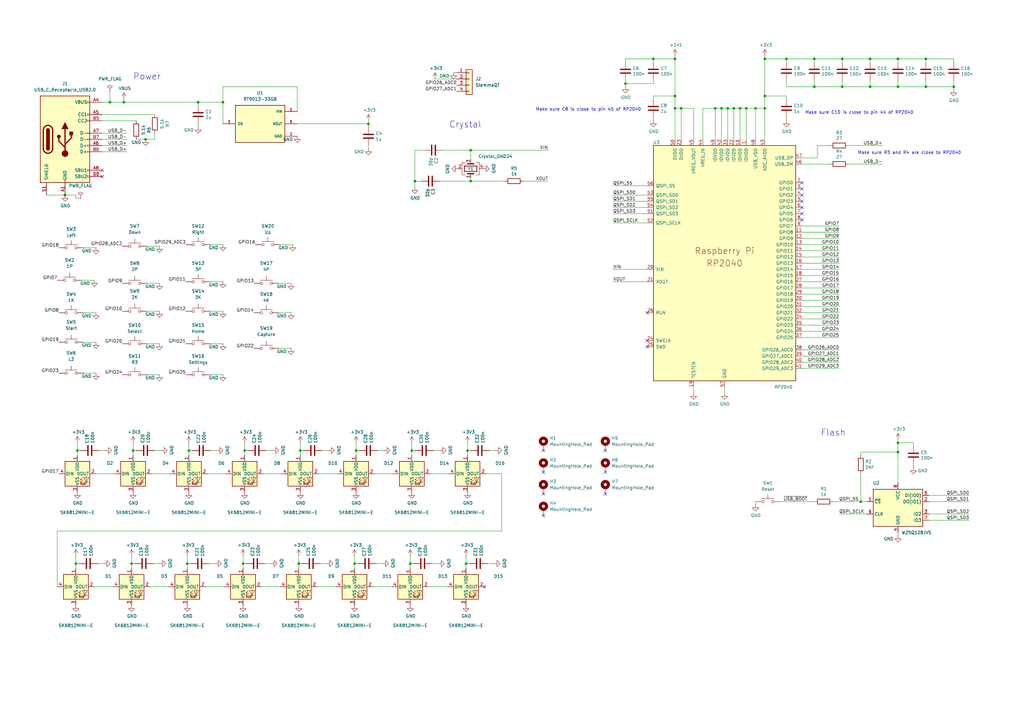
<source format=kicad_sch>
(kicad_sch (version 20211123) (generator eeschema)
  (paper "A3")
  (title_block (title "Crush Counter") (date "2022-01-06") (rev "2.0") (company "Sleep Unit"))
  (junction (at 99.695 231.14))
  (junction (at 303.53 44.45))
  (junction (at 191.135 231.14))
  (junction (at 76.835 231.14))
  (junction (at 300.99 44.45))
  (junction (at 313.69 44.45))
  (junction (at 50.8 41.91))
  (junction (at 298.45 44.45))
  (junction (at 100.33 184.785))
  (junction (at 368.3 24.13))
  (junction (at 193.04 74.295))
  (junction (at 151.13 50.8))
  (junction (at 193.04 61.595))
  (junction (at 191.77 184.785))
  (junction (at 145.415 231.14))
  (junction (at 122.555 231.14))
  (junction (at 146.05 184.785))
  (junction (at 353.06 205.74))
  (junction (at 279.4 44.45))
  (junction (at 123.19 184.785))
  (junction (at 170.18 74.295))
  (junction (at 306.07 44.45))
  (junction (at 356.87 35.56))
  (junction (at 313.69 39.37))
  (junction (at 313.69 24.13))
  (junction (at 77.47 184.785))
  (junction (at 379.73 24.13))
  (junction (at 293.37 44.45))
  (junction (at 334.01 24.13))
  (junction (at 276.86 24.13))
  (junction (at 31.115 231.14))
  (junction (at 368.3 35.56))
  (junction (at 345.44 24.13))
  (junction (at 368.3 181.61))
  (junction (at 276.86 44.45))
  (junction (at 345.44 35.56))
  (junction (at 45.085 41.91))
  (junction (at 322.58 24.13))
  (junction (at 26.67 80.01))
  (junction (at 309.88 44.45))
  (junction (at 53.975 231.14))
  (junction (at 356.87 24.13))
  (junction (at 31.75 184.785))
  (junction (at 91.44 41.91))
  (junction (at 168.91 184.785))
  (junction (at 267.97 24.13))
  (junction (at 59.69 57.15))
  (junction (at 295.91 44.45))
  (junction (at 54.61 184.785))
  (junction (at 379.73 35.56))
  (junction (at 391.16 35.56))
  (junction (at 168.275 231.14))
  (junction (at 334.01 35.56))
  (junction (at 256.54 34.29))
  (junction (at 276.86 39.37))
  (junction (at 368.3 185.42))
  (junction (at 81.28 41.91))
  (no_connect (at 198.755 240.665))
  (no_connect (at 248.285 202.565))
  (no_connect (at 222.885 193.675))
  (no_connect (at 222.885 184.785))
  (no_connect (at 265.43 142.24))
  (no_connect (at 265.43 139.7))
  (no_connect (at 41.91 72.39))
  (no_connect (at 265.43 128.27))
  (no_connect (at 41.91 69.85))
  (no_connect (at 222.885 202.565))
  (no_connect (at 248.285 184.785))
  (no_connect (at 222.885 211.455))
  (no_connect (at 248.285 193.675))
  (no_connect (at 328.93 77.47))
  (no_connect (at 328.93 74.93))
  (no_connect (at 328.93 85.09))
  (no_connect (at 328.93 82.55))
  (no_connect (at 328.93 80.01))
  (no_connect (at 328.93 90.17))
  (no_connect (at 328.93 87.63))
  (wire (pts (xy 145.415 227.965) (xy 145.415 231.14)))
  (wire (pts (xy 328.93 67.31) (xy 340.36 67.31)))
  (wire (pts (xy 168.91 181.61) (xy 168.91 184.785)))
  (wire (pts (xy 356.87 35.56) (xy 345.44 35.56)))
  (wire (pts (xy 374.65 190.5) (xy 374.65 191.77)))
  (wire (pts (xy 368.3 25.4) (xy 368.3 24.13)))
  (wire (pts (xy 26.67 80.01) (xy 31.115 80.01)))
  (wire (pts (xy 193.04 184.785) (xy 191.77 184.785)))
  (wire (pts (xy 39.37 101.6) (xy 34.29 101.6)))
  (wire (pts (xy 251.46 82.55) (xy 265.43 82.55)))
  (wire (pts (xy 54.61 181.61) (xy 54.61 184.785)))
  (wire (pts (xy 191.77 181.61) (xy 191.77 184.785)))
  (wire (pts (xy 122.555 231.14) (xy 122.555 233.045)))
  (wire (pts (xy 322.58 33.02) (xy 322.58 35.56)))
  (wire (pts (xy 374.65 182.88) (xy 374.65 181.61)))
  (wire (pts (xy 61.595 240.665) (xy 69.215 240.665)))
  (wire (pts (xy 119.38 142.875) (xy 114.3 142.875)))
  (wire (pts (xy 391.16 33.02) (xy 391.16 35.56)))
  (wire (pts (xy 76.835 231.14) (xy 76.835 233.045)))
  (wire (pts (xy 335.28 59.69) (xy 335.28 64.77)))
  (wire (pts (xy 328.93 120.65) (xy 344.17 120.65)))
  (wire (pts (xy 39.37 140.335) (xy 34.29 140.335)))
  (wire (pts (xy 353.06 185.42) (xy 368.3 185.42)))
  (wire (pts (xy 121.92 50.8) (xy 151.13 50.8)))
  (wire (pts (xy 306.07 44.45) (xy 306.07 57.15)))
  (wire (pts (xy 298.45 44.45) (xy 300.99 44.45)))
  (wire (pts (xy 368.3 24.13) (xy 379.73 24.13)))
  (wire (pts (xy 31.115 80.01) (xy 31.115 81.28)))
  (wire (pts (xy 62.23 194.31) (xy 69.85 194.31)))
  (wire (pts (xy 191.135 227.965) (xy 191.135 231.14)))
  (wire (pts (xy 124.46 184.785) (xy 123.19 184.785)))
  (wire (pts (xy 356.87 24.13) (xy 368.3 24.13)))
  (wire (pts (xy 322.58 48.26) (xy 322.58 49.53)))
  (wire (pts (xy 353.06 186.69) (xy 353.06 185.42)))
  (wire (pts (xy 122.555 227.965) (xy 122.555 231.14)))
  (wire (pts (xy 77.47 184.785) (xy 77.47 186.69)))
  (wire (pts (xy 345.44 35.56) (xy 334.01 35.56)))
  (wire (pts (xy 154.305 231.14) (xy 156.845 231.14)))
  (wire (pts (xy 295.91 57.15) (xy 295.91 44.45)))
  (wire (pts (xy 256.54 34.29) (xy 256.54 35.56)))
  (wire (pts (xy 279.4 57.15) (xy 279.4 44.45)))
  (wire (pts (xy 63.5 57.15) (xy 63.5 54.61)))
  (wire (pts (xy 100.965 231.14) (xy 99.695 231.14)))
  (wire (pts (xy 178.435 32.385) (xy 187.325 32.385)))
  (wire (pts (xy 38.735 240.665) (xy 46.355 240.665)))
  (wire (pts (xy 313.69 22.86) (xy 313.69 24.13)))
  (wire (pts (xy 265.43 91.44) (xy 251.46 91.44)))
  (wire (pts (xy 347.98 59.69) (xy 361.95 59.69)))
  (wire (pts (xy 313.69 39.37) (xy 322.58 39.37)))
  (wire (pts (xy 368.3 218.44) (xy 368.3 219.71)))
  (wire (pts (xy 147.32 184.785) (xy 146.05 184.785)))
  (wire (pts (xy 77.47 181.61) (xy 77.47 184.785)))
  (wire (pts (xy 168.275 227.965) (xy 168.275 231.14)))
  (wire (pts (xy 41.91 41.91) (xy 45.085 41.91)))
  (wire (pts (xy 181.61 61.595) (xy 193.04 61.595)))
  (wire (pts (xy 306.07 44.45) (xy 309.88 44.45)))
  (wire (pts (xy 153.67 194.31) (xy 161.29 194.31)))
  (wire (pts (xy 39.37 153.035) (xy 34.29 153.035)))
  (wire (pts (xy 328.93 146.05) (xy 344.17 146.05)))
  (wire (pts (xy 309.88 44.45) (xy 313.69 44.45)))
  (wire (pts (xy 368.3 181.61) (xy 368.3 185.42)))
  (wire (pts (xy 45.085 37.465) (xy 45.085 41.91)))
  (wire (pts (xy 256.54 24.13) (xy 267.97 24.13)))
  (wire (pts (xy 170.18 61.595) (xy 170.18 74.295)))
  (wire (pts (xy 31.75 184.785) (xy 31.75 186.69)))
  (wire (pts (xy 54.61 184.785) (xy 54.61 186.69)))
  (wire (pts (xy 168.91 184.785) (xy 168.91 186.69)))
  (wire (pts (xy 328.93 133.35) (xy 344.17 133.35)))
  (wire (pts (xy 176.53 194.31) (xy 184.15 194.31)))
  (wire (pts (xy 297.18 158.75) (xy 297.18 161.29)))
  (wire (pts (xy 59.69 57.15) (xy 63.5 57.15)))
  (wire (pts (xy 356.87 25.4) (xy 356.87 24.13)))
  (wire (pts (xy 31.115 81.28) (xy 33.02 81.28)))
  (wire (pts (xy 341.63 205.74) (xy 353.06 205.74)))
  (wire (pts (xy 91.44 153.67) (xy 86.36 153.67)))
  (wire (pts (xy 300.99 44.45) (xy 303.53 44.45)))
  (wire (pts (xy 170.18 184.785) (xy 168.91 184.785)))
  (wire (pts (xy 180.34 74.295) (xy 193.04 74.295)))
  (wire (pts (xy 101.6 184.785) (xy 100.33 184.785)))
  (wire (pts (xy 381 205.74) (xy 397.51 205.74)))
  (wire (pts (xy 81.28 43.18) (xy 81.28 41.91)))
  (wire (pts (xy 199.39 194.31) (xy 205.74 194.31)))
  (wire (pts (xy 381 203.2) (xy 397.51 203.2)))
  (wire (pts (xy 379.73 35.56) (xy 391.16 35.56)))
  (wire (pts (xy 65.405 100.965) (xy 60.325 100.965)))
  (wire (pts (xy 328.93 125.73) (xy 344.17 125.73)))
  (wire (pts (xy 53.975 227.965) (xy 53.975 231.14)))
  (wire (pts (xy 107.315 240.665) (xy 114.935 240.665)))
  (wire (pts (xy 374.65 181.61) (xy 368.3 181.61)))
  (wire (pts (xy 328.93 148.59) (xy 344.17 148.59)))
  (wire (pts (xy 334.01 33.02) (xy 334.01 35.56)))
  (wire (pts (xy 41.91 54.61) (xy 52.07 54.61)))
  (wire (pts (xy 85.725 231.14) (xy 88.265 231.14)))
  (wire (pts (xy 328.93 123.19) (xy 344.17 123.19)))
  (wire (pts (xy 120.015 100.33) (xy 114.935 100.33)))
  (wire (pts (xy 256.54 25.4) (xy 256.54 24.13)))
  (wire (pts (xy 328.93 130.81) (xy 344.17 130.81)))
  (wire (pts (xy 328.93 110.49) (xy 344.17 110.49)))
  (wire (pts (xy 328.93 102.87) (xy 344.17 102.87)))
  (wire (pts (xy 313.69 39.37) (xy 313.69 44.45)))
  (wire (pts (xy 109.22 184.785) (xy 111.76 184.785)))
  (wire (pts (xy 119.38 128.27) (xy 114.3 128.27)))
  (wire (pts (xy 200.025 231.14) (xy 202.565 231.14)))
  (wire (pts (xy 214.63 74.295) (xy 224.79 74.295)))
  (wire (pts (xy 267.97 25.4) (xy 267.97 24.13)))
  (wire (pts (xy 108.585 231.14) (xy 111.125 231.14)))
  (wire (pts (xy 91.44 100.33) (xy 86.36 100.33)))
  (wire (pts (xy 81.28 50.8) (xy 81.28 52.07)))
  (wire (pts (xy 91.44 127.635) (xy 86.36 127.635)))
  (wire (pts (xy 62.865 231.14) (xy 65.405 231.14)))
  (wire (pts (xy 200.66 184.785) (xy 203.2 184.785)))
  (wire (pts (xy 334.01 35.56) (xy 322.58 35.56)))
  (wire (pts (xy 251.46 85.09) (xy 265.43 85.09)))
  (wire (pts (xy 50.8 41.91) (xy 81.28 41.91)))
  (wire (pts (xy 284.48 158.75) (xy 284.48 161.29)))
  (wire (pts (xy 320.04 205.74) (xy 334.01 205.74)))
  (wire (pts (xy 55.88 49.53) (xy 41.91 49.53)))
  (wire (pts (xy 33.02 184.785) (xy 31.75 184.785)))
  (wire (pts (xy 151.13 59.69) (xy 151.13 60.96)))
  (wire (pts (xy 276.86 39.37) (xy 276.86 44.45)))
  (wire (pts (xy 153.035 240.665) (xy 160.655 240.665)))
  (wire (pts (xy 353.06 205.74) (xy 355.6 205.74)))
  (wire (pts (xy 145.415 231.14) (xy 145.415 233.045)))
  (wire (pts (xy 55.88 57.15) (xy 59.69 57.15)))
  (wire (pts (xy 65.405 116.205) (xy 60.325 116.205)))
  (wire (pts (xy 288.29 44.45) (xy 293.37 44.45)))
  (wire (pts (xy 172.72 74.295) (xy 170.18 74.295)))
  (wire (pts (xy 91.44 50.8) (xy 91.44 41.91)))
  (wire (pts (xy 322.58 24.13) (xy 334.01 24.13)))
  (wire (pts (xy 267.97 24.13) (xy 276.86 24.13)))
  (wire (pts (xy 100.33 181.61) (xy 100.33 184.785)))
  (wire (pts (xy 123.825 231.14) (xy 122.555 231.14)))
  (wire (pts (xy 293.37 44.45) (xy 295.91 44.45)))
  (wire (pts (xy 251.46 80.01) (xy 265.43 80.01)))
  (wire (pts (xy 50.8 40.64) (xy 50.8 41.91)))
  (wire (pts (xy 379.73 33.02) (xy 379.73 35.56)))
  (wire (pts (xy 40.64 184.785) (xy 43.18 184.785)))
  (wire (pts (xy 328.93 128.27) (xy 344.17 128.27)))
  (wire (pts (xy 19.05 80.01) (xy 26.67 80.01)))
  (wire (pts (xy 205.74 217.805) (xy 23.495 217.805)))
  (wire (pts (xy 32.385 231.14) (xy 31.115 231.14)))
  (wire (pts (xy 65.405 153.67) (xy 60.325 153.67)))
  (wire (pts (xy 123.19 184.785) (xy 123.19 186.69)))
  (wire (pts (xy 391.16 35.56) (xy 391.16 36.83)))
  (wire (pts (xy 276.86 44.45) (xy 276.86 57.15)))
  (wire (pts (xy 99.695 227.965) (xy 99.695 231.14)))
  (wire (pts (xy 284.48 57.15) (xy 284.48 44.45)))
  (wire (pts (xy 328.93 97.79) (xy 344.17 97.79)))
  (wire (pts (xy 265.43 76.2) (xy 251.46 76.2)))
  (wire (pts (xy 293.37 57.15) (xy 293.37 44.45)))
  (wire (pts (xy 192.405 231.14) (xy 191.135 231.14)))
  (wire (pts (xy 53.975 231.14) (xy 53.975 233.045)))
  (wire (pts (xy 41.91 62.23) (xy 52.07 62.23)))
  (wire (pts (xy 368.3 35.56) (xy 356.87 35.56)))
  (wire (pts (xy 78.105 231.14) (xy 76.835 231.14)))
  (wire (pts (xy 379.73 24.13) (xy 391.16 24.13)))
  (wire (pts (xy 154.94 184.785) (xy 157.48 184.785)))
  (wire (pts (xy 91.44 41.91) (xy 81.28 41.91)))
  (wire (pts (xy 130.81 194.31) (xy 138.43 194.31)))
  (wire (pts (xy 335.28 59.69) (xy 340.36 59.69)))
  (wire (pts (xy 63.5 184.785) (xy 66.04 184.785)))
  (wire (pts (xy 107.95 194.31) (xy 115.57 194.31)))
  (wire (pts (xy 284.48 44.45) (xy 279.4 44.45)))
  (wire (pts (xy 76.835 227.965) (xy 76.835 231.14)))
  (wire (pts (xy 298.45 57.15) (xy 298.45 44.45)))
  (wire (pts (xy 100.33 184.785) (xy 100.33 186.69)))
  (wire (pts (xy 205.74 194.31) (xy 205.74 217.805)))
  (wire (pts (xy 313.69 44.45) (xy 313.69 57.15)))
  (wire (pts (xy 267.97 40.64) (xy 267.97 39.37)))
  (wire (pts (xy 328.93 118.11) (xy 344.17 118.11)))
  (wire (pts (xy 121.92 35.56) (xy 121.92 45.72)))
  (wire (pts (xy 368.3 180.34) (xy 368.3 181.61)))
  (wire (pts (xy 191.135 231.14) (xy 191.135 233.045)))
  (wire (pts (xy 328.93 92.71) (xy 344.17 92.71)))
  (wire (pts (xy 91.44 41.91) (xy 91.44 35.56)))
  (wire (pts (xy 322.58 25.4) (xy 322.58 24.13)))
  (wire (pts (xy 328.93 113.03) (xy 344.17 113.03)))
  (wire (pts (xy 391.16 25.4) (xy 391.16 24.13)))
  (wire (pts (xy 267.97 34.29) (xy 267.97 33.02)))
  (wire (pts (xy 303.53 44.45) (xy 306.07 44.45)))
  (wire (pts (xy 313.69 24.13) (xy 313.69 39.37)))
  (wire (pts (xy 119.38 116.205) (xy 114.3 116.205)))
  (wire (pts (xy 41.91 57.15) (xy 52.07 57.15)))
  (wire (pts (xy 356.87 33.02) (xy 356.87 35.56)))
  (wire (pts (xy 146.05 184.785) (xy 146.05 186.69)))
  (wire (pts (xy 328.93 138.43) (xy 344.17 138.43)))
  (wire (pts (xy 309.88 57.15) (xy 309.88 44.45)))
  (wire (pts (xy 86.36 184.785) (xy 88.9 184.785)))
  (wire (pts (xy 368.3 185.42) (xy 368.3 198.12)))
  (wire (pts (xy 379.73 35.56) (xy 368.3 35.56)))
  (wire (pts (xy 31.75 181.61) (xy 31.75 184.785)))
  (wire (pts (xy 65.405 127.635) (xy 60.325 127.635)))
  (wire (pts (xy 151.13 50.8) (xy 151.13 49.53)))
  (wire (pts (xy 267.97 39.37) (xy 276.86 39.37)))
  (wire (pts (xy 78.74 184.785) (xy 77.47 184.785)))
  (wire (pts (xy 169.545 231.14) (xy 168.275 231.14)))
  (wire (pts (xy 186.055 29.845) (xy 187.325 29.845)))
  (wire (pts (xy 41.91 59.69) (xy 52.07 59.69)))
  (wire (pts (xy 276.86 22.86) (xy 276.86 24.13)))
  (wire (pts (xy 309.88 207.01) (xy 309.88 205.74)))
  (wire (pts (xy 193.04 73.025) (xy 193.04 74.295)))
  (wire (pts (xy 328.93 95.25) (xy 344.17 95.25)))
  (wire (pts (xy 45.085 41.91) (xy 50.8 41.91)))
  (wire (pts (xy 328.93 100.33) (xy 344.17 100.33)))
  (wire (pts (xy 322.58 40.64) (xy 322.58 39.37)))
  (wire (pts (xy 334.01 24.13) (xy 345.44 24.13)))
  (wire (pts (xy 193.04 61.595) (xy 193.04 65.405)))
  (wire (pts (xy 40.005 231.14) (xy 42.545 231.14)))
  (wire (pts (xy 131.445 231.14) (xy 133.985 231.14)))
  (wire (pts (xy 39.37 194.31) (xy 46.99 194.31)))
  (wire (pts (xy 91.44 35.56) (xy 121.92 35.56)))
  (wire (pts (xy 177.165 231.14) (xy 179.705 231.14)))
  (wire (pts (xy 177.8 184.785) (xy 180.34 184.785)))
  (wire (pts (xy 279.4 44.45) (xy 276.86 44.45)))
  (wire (pts (xy 151.13 52.07) (xy 151.13 50.8)))
  (wire (pts (xy 328.93 143.51) (xy 344.17 143.51)))
  (wire (pts (xy 23.495 217.805) (xy 23.495 240.665)))
  (wire (pts (xy 334.01 25.4) (xy 334.01 24.13)))
  (wire (pts (xy 381 213.36) (xy 397.51 213.36)))
  (wire (pts (xy 328.93 105.41) (xy 344.17 105.41)))
  (wire (pts (xy 295.91 44.45) (xy 298.45 44.45)))
  (wire (pts (xy 41.91 46.99) (xy 63.5 46.99)))
  (wire (pts (xy 345.44 33.02) (xy 345.44 35.56)))
  (wire (pts (xy 130.175 240.665) (xy 137.795 240.665)))
  (wire (pts (xy 39.37 128.27) (xy 34.29 128.27)))
  (wire (pts (xy 368.3 33.02) (xy 368.3 35.56)))
  (wire (pts (xy 91.44 140.97) (xy 86.36 140.97)))
  (wire (pts (xy 276.86 24.13) (xy 276.86 39.37)))
  (wire (pts (xy 313.69 24.13) (xy 322.58 24.13)))
  (wire (pts (xy 55.245 231.14) (xy 53.975 231.14)))
  (wire (pts (xy 265.43 115.57) (xy 251.46 115.57)))
  (wire (pts (xy 123.19 181.61) (xy 123.19 184.785)))
  (wire (pts (xy 256.54 34.29) (xy 267.97 34.29)))
  (wire (pts (xy 344.17 210.82) (xy 355.6 210.82)))
  (wire (pts (xy 99.695 231.14) (xy 99.695 233.045)))
  (wire (pts (xy 347.98 67.31) (xy 361.95 67.31)))
  (wire (pts (xy 328.93 64.77) (xy 335.28 64.77)))
  (wire (pts (xy 379.73 25.4) (xy 379.73 24.13)))
  (wire (pts (xy 55.88 184.785) (xy 54.61 184.785)))
  (wire (pts (xy 303.53 57.15) (xy 303.53 44.45)))
  (wire (pts (xy 38.735 114.935) (xy 33.655 114.935)))
  (wire (pts (xy 146.685 231.14) (xy 145.415 231.14)))
  (wire (pts (xy 345.44 24.13) (xy 356.87 24.13)))
  (wire (pts (xy 168.275 231.14) (xy 168.275 233.045)))
  (wire (pts (xy 31.115 227.965) (xy 31.115 231.14)))
  (wire (pts (xy 328.93 151.13) (xy 344.17 151.13)))
  (wire (pts (xy 191.77 184.785) (xy 191.77 186.69)))
  (wire (pts (xy 267.97 48.26) (xy 267.97 49.53)))
  (wire (pts (xy 353.06 194.31) (xy 353.06 205.74)))
  (wire (pts (xy 251.46 87.63) (xy 265.43 87.63)))
  (wire (pts (xy 193.04 61.595) (xy 224.79 61.595)))
  (wire (pts (xy 84.455 240.665) (xy 92.075 240.665)))
  (wire (pts (xy 91.44 115.57) (xy 86.36 115.57)))
  (wire (pts (xy 256.54 33.02) (xy 256.54 34.29)))
  (wire (pts (xy 288.29 57.15) (xy 288.29 44.45)))
  (wire (pts (xy 31.115 231.14) (xy 31.115 233.045)))
  (wire (pts (xy 328.93 115.57) (xy 344.17 115.57)))
  (wire (pts (xy 132.08 184.785) (xy 134.62 184.785)))
  (wire (pts (xy 328.93 135.89) (xy 344.17 135.89)))
  (wire (pts (xy 251.46 110.49) (xy 265.43 110.49)))
  (wire (pts (xy 65.405 140.97) (xy 60.325 140.97)))
  (wire (pts (xy 193.04 74.295) (xy 207.01 74.295)))
  (wire (pts (xy 381 210.82) (xy 397.51 210.82)))
  (wire (pts (xy 328.93 107.95) (xy 344.17 107.95)))
  (wire (pts (xy 170.18 74.295) (xy 170.18 76.835)))
  (wire (pts (xy 170.18 61.595) (xy 173.99 61.595)))
  (wire (pts (xy 175.895 240.665) (xy 183.515 240.665)))
  (wire (pts (xy 146.05 181.61) (xy 146.05 184.785)))
  (wire (pts (xy 85.09 194.31) (xy 92.71 194.31)))
  (wire (pts (xy 300.99 57.15) (xy 300.99 44.45)))
  (wire (pts (xy 345.44 25.4) (xy 345.44 24.13)))
  (text "Make sure C10 is close to pin 44 of RP2040" (at 330.2 46.99 0) (effects (font (size 1.27 1.27)) (justify left bottom)))
  (text "Power" (at 54.61 33.02 0) (effects (font (size 2.54 2.54)) (justify left bottom)))
  (text "Flash" (at 336.55 179.07 0) (effects (font (size 2.54 2.54)) (justify left bottom)))
  (text "Make sure R3 and R4 are close to RP2040" (at 351.79 63.5 0) (effects (font (size 1.27 1.27)) (justify left bottom)))
  (text "Make sure C8 is close to pin 45 of RP2040" (at 219.71 45.72 0) (effects (font (size 1.27 1.27)) (justify left bottom)))
  (text "Crystal" (at 184.15 52.705 0) (effects (font (size 2.54 2.54)) (justify left bottom)))
  (label "GPIO9" (at 344.17 97.79 180))
  (label "GPIO22" (at 104.14 142.875 180))
  (label "GPIO21" (at 344.17 128.27 180))
  (label "QSPI_SD2" (at 397.51 210.82 180))
  (label "GPIO23" (at 344.17 133.35 180))
  (label "QSPI_SCLK" (at 251.46 91.44 0))
  (label "GPIO13" (at 344.17 107.95 180))
  (label "GPIO28_ADC2" (at 344.17 148.59 180))
  (label "GPIO25" (at 76.2 153.67 180))
  (label "GPIO22" (at 344.17 130.81 180))
  (label "GPIO29_ADC3" (at 344.17 151.13 180))
  (label "GPIO29_ADC3" (at 76.2 100.33 180))
  (label "GPIO15" (at 344.17 113.03 180))
  (label "GPIO7" (at 23.495 114.935 180))
  (label "QSPI_SD1" (at 397.51 205.74 180))
  (label "GPIO14" (at 104.14 128.27 180))
  (label "USB_D+" (at 361.95 59.69 180))
  (label "GPIO7" (at 344.17 92.71 180))
  (label "QSPI_SD1" (at 251.46 82.55 0))
  (label "USB_D-" (at 52.07 57.15 180))
  (label "USB_D+" (at 52.07 62.23 180))
  (label "GPIO17" (at 24.13 194.31 180))
  (label "GPIO20" (at 344.17 125.73 180))
  (label "XOUT" (at 224.79 74.295 180))
  (label "GPIO25" (at 344.17 138.43 180))
  (label "USB_D+" (at 52.07 59.69 180))
  (label "GPIO12" (at 344.17 105.41 180))
  (label "QSPI_SCLK" (at 344.17 210.82 0))
  (label "GPIO11" (at 344.17 102.87 180))
  (label "GPIO10" (at 344.17 100.33 180))
  (label "GPIO9" (at 50.165 116.205 180))
  (label "GPIO21" (at 76.2 140.97 180))
  (label "GPIO16" (at 344.17 115.57 180))
  (label "GPIO24" (at 50.165 153.67 180))
  (label "GPIO19" (at 344.17 123.19 180))
  (label "QSPI_SS" (at 251.46 76.2 0))
  (label "QSPI_SD0" (at 251.46 80.01 0))
  (label "QSPI_SS" (at 344.17 205.74 0))
  (label "GPIO18" (at 344.17 120.65 180))
  (label "XIN" (at 251.46 110.49 0))
  (label "GPIO11" (at 76.2 115.57 180))
  (label "XOUT" (at 251.46 115.57 0))
  (label "GPIO23" (at 24.13 153.035 180))
  (label "USB_D-" (at 361.95 67.31 180))
  (label "GPIO17" (at 344.17 118.11 180))
  (label "~{USB_BOOT}" (at 321.31 205.74 0))
  (label "GPIO27_ADC1" (at 344.17 146.05 180))
  (label "GPIO20" (at 50.165 140.97 180))
  (label "GPIO27_ADC1" (at 187.325 37.465 180))
  (label "XIN" (at 224.79 61.595 180))
  (label "GPIO8" (at 344.17 95.25 180))
  (label "GPIO14" (at 344.17 110.49 180))
  (label "QSPI_SD3" (at 397.51 213.36 180))
  (label "QSPI_SD0" (at 397.51 203.2 180))
  (label "QSPI_SD3" (at 251.46 87.63 0))
  (label "GPIO28_ADC2" (at 50.165 100.965 180))
  (label "GPIO12" (at 76.2 127.635 180))
  (label "GPIO26_ADC0" (at 187.325 34.925 180))
  (label "GPIO18" (at 24.13 101.6 180))
  (label "GPIO24" (at 344.17 135.89 180))
  (label "GPIO16" (at 104.775 100.33 180))
  (label "GPIO13" (at 104.14 116.205 180))
  (label "USB_D-" (at 52.07 54.61 180))
  (label "QSPI_SD2" (at 251.46 85.09 0))
  (label "GPIO8" (at 24.13 128.27 180))
  (label "GPIO10" (at 50.165 127.635 180))
  (label "GPIO26_ADC0" (at 344.17 143.51 180))
  (label "GPIO19" (at 24.13 140.335 180))
  (symbol (lib_id "MCU_RaspberryPi_RP2040:RP2040") (at 297.18 107.95 0) (unit 1)
    (property "Reference" "U3" (at 269.24 58.42 0))
    (property "Value" "RP2040" (at 321.31 158.75 0))
    (property "Footprint" "RP2040_minimal:RP2040-QFN-56" (effects hide))
    (property "LCSC Part" "C2040" (effects hide))
    (property "MANUFACTURER" "Raspberry Pi" (effects hide))
    (property "PartNumber" "RP2040" (effects hide))
    (property "Manufacturer" "Raspberry Pi" (effects hide))
  )
  (symbol (lib_id "Device:C") (at 177.8 61.595 270) (unit 1)
    (property "Reference" "C2" (at 178.9684 64.516 0) (effects (justify left)))
    (property "Value" "30p" (at 176.657 64.516 0) (effects (justify left)))
    (property "Footprint" "Capacitor_SMD:C_0402_1005Metric" (effects hide))
    (property "LCSC Part" "C1570" (effects hide))
    (property "Manufacturer" "FH(Guangdong Fenghua Advanced Tech)" (effects hide))
    (property "PartNumber" "0402CG300J500NT" (effects hide))
  )
  (symbol (lib_id "Device:C") (at 176.53 74.295 270) (unit 1)
    (property "Reference" "C3" (at 177.6984 77.216 0) (effects (justify left)))
    (property "Value" "30p" (at 175.387 77.216 0) (effects (justify left)))
    (property "Footprint" "Capacitor_SMD:C_0402_1005Metric" (effects hide))
    (property "LCSC Part" "C1570" (effects hide))
    (property "Manufacturer" "FH(Guangdong Fenghua Advanced Tech)" (effects hide))
    (property "PartNumber" "0402CG300J500NT" (effects hide))
  )
  (symbol (lib_id "power:GND") (at 170.18 76.835 0) (unit 1)
    (property "Reference" "#PWR06" (effects hide))
    (property "Value" "GND" (at 170.307 81.2292 0))
  )
  (symbol (lib_id "Memory_Flash:W25Q128JVS") (at 368.3 208.28 0) (unit 1)
    (property "Reference" "U2" (at 359.41 198.12 0))
    (property "Value" "W25Q128JVS" (at 375.92 218.44 0))
    (property "Footprint" "Package_SO:SOIC-8_5.23x5.23mm_P1.27mm" (effects hide))
    (property "Datasheet" "http://www.winbond.com/resource-files/w25q128jv_dtr%20revc%2003272018%20plus.pdf" (effects hide))
    (property "LCSC Part" "C97521" (effects hide))
    (property "MANUFACTURER" "winbond" (effects hide))
    (property "PartNumber" "W25Q128JVS" (effects hide))
    (property "Manufacturer" "winbond" (effects hide))
  )
  (symbol (lib_id "power:+3V3") (at 368.3 180.34 0) (unit 1)
    (property "Reference" "#PWR07" (effects hide))
    (property "Value" "+3V3" (at 368.681 175.9458 0))
  )
  (symbol (lib_id "power:GND") (at 368.3 219.71 0) (unit 1)
    (property "Reference" "#PWR08" (effects hide))
    (property "Value" "GND" (at 364.49 220.98 0))
  )
  (symbol (lib_id "Device:R") (at 353.06 190.5 0) (unit 1)
    (property "Reference" "R2" (at 354.838 189.3316 0) (effects (justify left)))
    (property "Value" "DNF" (at 354.838 191.643 0) (effects (justify left)))
    (property "Footprint" "Capacitor_SMD:C_0402_1005Metric" (effects hide))
    (property "LCSC Part" "DNF" (effects hide))
    (property "MANUFACTURER" "DNF" (effects hide))
    (property "PartNumber" "DNF" (effects hide))
    (property "Manufacturer" "DNF" (effects hide))
  )
  (symbol (lib_id "Device:R") (at 337.82 205.74 270) (unit 1)
    (property "Reference" "R1" (at 337.82 200.4822 90))
    (property "Value" "1k" (at 337.82 202.7936 90))
    (property "Footprint" "Capacitor_SMD:C_0402_1005Metric" (effects hide))
    (property "LCSC Part" "C11702" (effects hide))
    (property "Manufacturer" "UNI-ROYAL(Uniroyal Elec)" (effects hide))
    (property "PartNumber" "0402WGF1001TCE" (effects hide))
  )
  (symbol (lib_id "Device:C") (at 374.65 186.69 0) (unit 1)
    (property "Reference" "C5" (at 377.571 185.5216 0) (effects (justify left)))
    (property "Value" "100n" (at 377.571 187.833 0) (effects (justify left)))
    (property "Footprint" "Capacitor_SMD:C_0402_1005Metric" (effects hide))
    (property "LCSC Part" "C1525" (effects hide))
    (property "Manufacturer" "Samsung" (effects hide))
    (property "PartNumber" "CL05B104KO5NNNC" (effects hide))
  )
  (symbol (lib_id "power:GND") (at 374.65 191.77 0) (unit 1)
    (property "Reference" "#PWR011" (effects hide))
    (property "Value" "GND" (at 378.46 193.04 0))
  )
  (symbol (lib_id "power:GND") (at 297.18 161.29 0) (unit 1)
    (property "Reference" "#PWR016" (effects hide))
    (property "Value" "GND" (at 297.307 165.6842 0))
  )
  (symbol (lib_id "power:GND") (at 284.48 161.29 0) (unit 1)
    (property "Reference" "#PWR015" (effects hide))
    (property "Value" "GND" (at 284.607 165.6842 0))
  )
  (symbol (lib_id "Device:R") (at 344.17 59.69 270) (unit 1)
    (property "Reference" "R3" (at 344.17 54.4322 90))
    (property "Value" "27" (at 344.17 56.7436 90))
    (property "Footprint" "Capacitor_SMD:C_0603_1608Metric" (effects hide))
    (property "LCSC Part" "C25190" (effects hide))
    (property "Manufacturer" "UNI-ROYAL(Uniroyal Elec)" (effects hide))
    (property "PartNumber" "0603WAF270JT5E" (effects hide))
  )
  (symbol (lib_id "Device:R") (at 344.17 67.31 270) (unit 1)
    (property "Reference" "R4" (at 344.17 62.0522 90))
    (property "Value" "27" (at 344.17 64.3636 90))
    (property "Footprint" "Capacitor_SMD:C_0603_1608Metric" (effects hide))
    (property "LCSC Part" "C25190" (effects hide))
    (property "Manufacturer" "UNI-ROYAL(Uniroyal Elec)" (effects hide))
    (property "PartNumber" "0603WAF270JT5E" (effects hide))
  )
  (symbol (lib_id "power:GND") (at 26.67 80.01 0) (unit 1)
    (property "Reference" "#PWR01" (effects hide))
    (property "Value" "GND" (at 26.797 84.4042 0))
  )
  (symbol (lib_id "power:+3V3") (at 313.69 22.86 0) (unit 1)
    (property "Reference" "#PWR017" (effects hide))
    (property "Value" "+3V3" (at 314.071 18.4658 0))
  )
  (symbol (lib_id "power:+1V1") (at 276.86 22.86 0) (unit 1)
    (property "Reference" "#PWR014" (effects hide))
    (property "Value" "+1V1" (at 277.241 18.4658 0))
  )
  (symbol (lib_id "Device:C") (at 322.58 29.21 0) (unit 1)
    (property "Reference" "C9" (at 325.501 28.0416 0) (effects (justify left)))
    (property "Value" "100n" (at 325.501 30.353 0) (effects (justify left)))
    (property "Footprint" "Capacitor_SMD:C_0402_1005Metric" (effects hide))
    (property "LCSC Part" "C1525" (effects hide))
    (property "Manufacturer" "Samsung" (effects hide))
    (property "PartNumber" "CL05B104KO5NNNC" (effects hide))
  )
  (symbol (lib_id "Device:C") (at 334.01 29.21 0) (unit 1)
    (property "Reference" "C11" (at 336.931 28.0416 0) (effects (justify left)))
    (property "Value" "100n" (at 336.931 30.353 0) (effects (justify left)))
    (property "Footprint" "Capacitor_SMD:C_0402_1005Metric" (effects hide))
    (property "LCSC Part" "C1525" (effects hide))
    (property "Manufacturer" "Samsung" (effects hide))
    (property "PartNumber" "CL05B104KO5NNNC" (effects hide))
  )
  (symbol (lib_id "Device:C") (at 345.44 29.21 0) (unit 1)
    (property "Reference" "C12" (at 348.361 28.0416 0) (effects (justify left)))
    (property "Value" "100n" (at 348.361 30.353 0) (effects (justify left)))
    (property "Footprint" "Capacitor_SMD:C_0402_1005Metric" (effects hide))
    (property "LCSC Part" "C1525" (effects hide))
    (property "Manufacturer" "Samsung" (effects hide))
    (property "PartNumber" "CL05B104KO5NNNC" (effects hide))
  )
  (symbol (lib_id "Device:C") (at 356.87 29.21 0) (unit 1)
    (property "Reference" "C13" (at 359.791 28.0416 0) (effects (justify left)))
    (property "Value" "100n" (at 359.791 30.353 0) (effects (justify left)))
    (property "Footprint" "Capacitor_SMD:C_0402_1005Metric" (effects hide))
    (property "LCSC Part" "C1525" (effects hide))
    (property "Manufacturer" "Samsung" (effects hide))
    (property "PartNumber" "CL05B104KO5NNNC" (effects hide))
  )
  (symbol (lib_id "Device:C") (at 368.3 29.21 0) (unit 1)
    (property "Reference" "C14" (at 371.221 28.0416 0) (effects (justify left)))
    (property "Value" "100n" (at 371.221 30.353 0) (effects (justify left)))
    (property "Footprint" "Capacitor_SMD:C_0402_1005Metric" (effects hide))
    (property "LCSC Part" "C1525" (effects hide))
    (property "Manufacturer" "Samsung" (effects hide))
    (property "PartNumber" "CL05B104KO5NNNC" (effects hide))
  )
  (symbol (lib_id "Device:C") (at 379.73 29.21 0) (unit 1)
    (property "Reference" "C15" (at 382.651 28.0416 0) (effects (justify left)))
    (property "Value" "100n" (at 382.651 30.353 0) (effects (justify left)))
    (property "Footprint" "Capacitor_SMD:C_0402_1005Metric" (effects hide))
    (property "LCSC Part" "C1525" (effects hide))
    (property "Manufacturer" "Samsung" (effects hide))
    (property "PartNumber" "CL05B104KO5NNNC" (effects hide))
  )
  (symbol (lib_id "Device:C") (at 391.16 29.21 0) (unit 1)
    (property "Reference" "C16" (at 394.081 28.0416 0) (effects (justify left)))
    (property "Value" "100n" (at 394.081 30.353 0) (effects (justify left)))
    (property "Footprint" "Capacitor_SMD:C_0402_1005Metric" (effects hide))
    (property "LCSC Part" "C1525" (effects hide))
    (property "Manufacturer" "Samsung" (effects hide))
    (property "PartNumber" "CL05B104KO5NNNC" (effects hide))
  )
  (symbol (lib_id "Device:C") (at 256.54 29.21 0) (unit 1)
    (property "Reference" "C6" (at 259.461 28.0416 0) (effects (justify left)))
    (property "Value" "100n" (at 259.461 30.353 0) (effects (justify left)))
    (property "Footprint" "Capacitor_SMD:C_0402_1005Metric" (effects hide))
    (property "LCSC Part" "C1525" (effects hide))
    (property "Manufacturer" "Samsung" (effects hide))
    (property "PartNumber" "CL05B104KO5NNNC" (effects hide))
  )
  (symbol (lib_id "Device:C") (at 267.97 29.21 0) (unit 1)
    (property "Reference" "C7" (at 270.891 28.0416 0) (effects (justify left)))
    (property "Value" "100n" (at 270.891 30.353 0) (effects (justify left)))
    (property "Footprint" "Capacitor_SMD:C_0402_1005Metric" (effects hide))
    (property "LCSC Part" "C1525" (effects hide))
    (property "Manufacturer" "Samsung" (effects hide))
    (property "PartNumber" "CL05B104KO5NNNC" (effects hide))
  )
  (symbol (lib_id "Device:C") (at 267.97 44.45 0) (unit 1)
    (property "Reference" "C8" (at 270.891 43.2816 0) (effects (justify left)))
    (property "Value" "1u" (at 270.891 45.593 0) (effects (justify left)))
    (property "Footprint" "Capacitor_SMD:C_0402_1005Metric" (effects hide))
    (property "LCSC Part" "C52923" (effects hide))
    (property "Manufacturer" "Samsung" (effects hide))
    (property "PartNumber" "CL05A105KA5NQNC" (effects hide))
  )
  (symbol (lib_id "Device:C") (at 322.58 44.45 0) (unit 1)
    (property "Reference" "C10" (at 325.501 43.2816 0) (effects (justify left)))
    (property "Value" "1u" (at 325.501 45.593 0) (effects (justify left)))
    (property "Footprint" "Capacitor_SMD:C_0402_1005Metric" (effects hide))
    (property "LCSC Part" "C52923" (effects hide))
    (property "Manufacturer" "Samsung" (effects hide))
    (property "PartNumber" "CL05A105KA5NQNC" (effects hide))
  )
  (symbol (lib_id "power:GND") (at 391.16 36.83 0) (unit 1)
    (property "Reference" "#PWR023" (effects hide))
    (property "Value" "GND" (at 391.287 41.2242 0))
  )
  (symbol (lib_id "power:GND") (at 256.54 35.56 0) (unit 1)
    (property "Reference" "#PWR012" (effects hide))
    (property "Value" "GND" (at 256.667 39.9542 0))
  )
  (symbol (lib_id "power:GND") (at 267.97 49.53 0) (unit 1)
    (property "Reference" "#PWR013" (effects hide))
    (property "Value" "GND" (at 268.097 53.9242 0))
  )
  (symbol (lib_id "power:GND") (at 322.58 49.53 0) (unit 1)
    (property "Reference" "#PWR018" (effects hide))
    (property "Value" "GND" (at 322.707 53.9242 0))
  )
  (symbol (lib_id "power:VBUS") (at 50.8 40.64 0) (unit 1)
    (property "Reference" "#PWR03" (effects hide))
    (property "Value" "VBUS" (at 51.181 36.2458 0))
  )
  (symbol (lib_id "power:+3V3") (at 151.13 49.53 0) (unit 1)
    (property "Reference" "#PWR09" (effects hide))
    (property "Value" "+3V3" (at 151.511 45.1358 0))
  )
  (symbol (lib_id "Device:C") (at 81.28 46.99 0) (unit 1)
    (property "Reference" "C1" (at 84.201 45.8216 0) (effects (justify left)))
    (property "Value" "1u" (at 84.201 48.133 0) (effects (justify left)))
    (property "Footprint" "Capacitor_SMD:C_0402_1005Metric" (effects hide))
    (property "LCSC Part" "C52923" (effects hide))
    (property "Manufacturer" "Samsung" (effects hide))
    (property "PartNumber" "CL05A105KA5NQNC" (effects hide))
  )
  (symbol (lib_id "Device:C") (at 151.13 55.88 0) (unit 1)
    (property "Reference" "C4" (at 154.051 54.7116 0) (effects (justify left)))
    (property "Value" "1u" (at 154.051 57.023 0) (effects (justify left)))
    (property "Footprint" "Capacitor_SMD:C_0402_1005Metric" (effects hide))
    (property "LCSC Part" "C52923" (effects hide))
    (property "Manufacturer" "Samsung" (effects hide))
    (property "PartNumber" "CL05A105KA5NQNC" (effects hide))
  )
  (symbol (lib_id "power:GND") (at 81.28 52.07 0) (unit 1)
    (property "Reference" "#PWR04" (effects hide))
    (property "Value" "GND" (at 77.47 53.34 0))
  )
  (symbol (lib_id "power:GND") (at 151.13 60.96 0) (unit 1)
    (property "Reference" "#PWR010" (effects hide))
    (property "Value" "GND" (at 147.32 62.23 0))
  )
  (symbol (lib_id "Device:R") (at 210.82 74.295 270) (unit 1)
    (property "Reference" "R5" (at 210.82 69.0372 90))
    (property "Value" "1k" (at 210.82 71.3486 90))
    (property "Footprint" "Capacitor_SMD:C_0402_1005Metric" (effects hide))
    (property "LCSC Part" "C11702" (effects hide))
    (property "Manufacturer" "UNI-ROYAL(Uniroyal Elec)" (effects hide))
    (property "PartNumber" "0402WGF1001TCE" (effects hide))
  )
  (symbol (lib_id "power:GND") (at 309.88 207.01 0) (unit 1)
    (property "Reference" "#PWR02" (effects hide))
    (property "Value" "GND" (at 310.007 211.4042 0))
  )
  (symbol (lib_id "power:GND") (at 65.405 153.67 0) (unit 1)
    (property "Reference" "#PWR0112" (effects hide))
    (property "Value" "GND" (at 61.595 154.94 0))
  )
  (symbol (lib_id "power:+3V3") (at 100.33 181.61 0) (unit 1)
    (property "Reference" "#PWR039" (effects hide))
    (property "Value" "+3V3" (at 100.711 177.2158 0))
  )
  (symbol (lib_id "power:+3V3") (at 191.135 227.965 0) (unit 1)
    (property "Reference" "#PWR061" (effects hide))
    (property "Value" "+3V3" (at 191.516 223.5708 0))
  )
  (symbol (lib_id "Switch:SW_Push") (at 29.21 128.27 0) (unit 1)
    (property "Reference" "SW4" (at 29.21 120.65 0))
    (property "Value" "1K" (at 29.21 123.19 0))
    (property "Footprint" "2.0:Kailh_socket_MX" (effects hide))
    (property "LCSC Part" "DNF" (effects hide))
    (property "MANUFACTURER" "Kailh" (effects hide))
    (property "PartNumber" "PG151101S11" (effects hide))
    (property "Manufacturer" "Kailh" (effects hide))
  )
  (symbol (lib_id "Device:C") (at 81.915 231.14 90) (unit 1)
    (property "Reference" "C21" (at 80.7466 228.219 0) (effects (justify left)))
    (property "Value" "100n" (at 83.058 228.219 0) (effects (justify left)))
    (property "Footprint" "Capacitor_SMD:C_0402_1005Metric" (effects hide))
    (property "LCSC Part" "C1525" (effects hide))
    (property "Manufacturer" "Samsung" (effects hide))
    (property "PartNumber" "CL05B104KO5NNNC" (effects hide))
  )
  (symbol (lib_id "power:GND") (at 198.12 69.215 90) (unit 1)
    (property "Reference" "#PWR0101" (effects hide))
    (property "Value" "GND" (at 202.5142 69.088 0))
  )
  (symbol (lib_id "power:GND") (at 66.04 184.785 90) (unit 1)
    (property "Reference" "#PWR030" (effects hide))
    (property "Value" "GND" (at 70.4342 184.658 0))
  )
  (symbol (lib_id "power:GND") (at 157.48 184.785 90) (unit 1)
    (property "Reference" "#PWR054" (effects hide))
    (property "Value" "GND" (at 161.8742 184.658 0))
  )
  (symbol (lib_id "power:GND") (at 111.125 231.14 90) (unit 1)
    (property "Reference" "#PWR041" (effects hide))
    (property "Value" "GND" (at 115.5192 231.013 0))
  )
  (symbol (lib_id "power:GND") (at 31.115 248.285 0) (unit 1)
    (property "Reference" "#PWR019" (effects hide))
    (property "Value" "GND" (at 31.242 252.6792 0))
  )
  (symbol (lib_id "power:GND") (at 65.405 100.965 0) (unit 1)
    (property "Reference" "#PWR0104" (effects hide))
    (property "Value" "GND" (at 61.595 102.235 0))
  )
  (symbol (lib_id "power:GND") (at 145.415 248.285 0) (unit 1)
    (property "Reference" "#PWR050" (effects hide))
    (property "Value" "GND" (at 145.542 252.6792 0))
  )
  (symbol (lib_id "power:GND") (at 191.77 201.93 0) (unit 1)
    (property "Reference" "#PWR064" (effects hide))
    (property "Value" "GND" (at 191.897 206.3242 0))
  )
  (symbol (lib_id "power:GND") (at 168.275 248.285 0) (unit 1)
    (property "Reference" "#PWR056" (effects hide))
    (property "Value" "GND" (at 168.402 252.6792 0))
  )
  (symbol (lib_id "kicad-keyboard-parts:SK6812MINI-E") (at 53.975 240.665 0) (unit 1)
    (property "Reference" "D3" (at 67.31 236.3343 0))
    (property "Value" "SK6812MINI-E" (at 53.975 256.54 0))
    (property "Footprint" "kicad-keyboard-parts:MX_SK6812MINI-E" (effects hide))
    (property "Datasheet" "https://cdn-shop.adafruit.com/product-files/2686/SK6812MINI_REV.01-1-2.pdf" (effects hide))
    (property "LCSC Part" "DNF" (effects hide))
    (property "MANUFACTURER" "DONGGUANG OPSCO OPTOELECTRONICS" (effects hide))
    (property "PartNumber" "SK6812MINI-E" (effects hide))
    (property "Manufacturer" "DONGGUANG OPSCO OPTOELECTRONICS" (effects hide))
  )
  (symbol (lib_id "power:GND") (at 59.69 57.15 0) (unit 1)
    (property "Reference" "#PWR0103" (effects hide))
    (property "Value" "GND" (at 55.88 58.42 0))
  )
  (symbol (lib_id "Device:C") (at 150.495 231.14 90) (unit 1)
    (property "Reference" "C27" (at 149.3266 228.219 0) (effects (justify left)))
    (property "Value" "100n" (at 151.638 228.219 0) (effects (justify left)))
    (property "Footprint" "Capacitor_SMD:C_0402_1005Metric" (effects hide))
    (property "LCSC Part" "C1525" (effects hide))
    (property "Manufacturer" "Samsung" (effects hide))
    (property "PartNumber" "CL05B104KO5NNNC" (effects hide))
  )
  (symbol (lib_id "Mechanical:MountingHole_Pad") (at 222.885 200.025 0) (unit 1)
    (property "Reference" "H3" (at 225.425 197.4849 0) (effects (justify left)))
    (property "Value" "MountingHole_Pad" (at 225.425 200.0249 0) (effects (justify left)))
    (property "Footprint" "Mounting_Wuerth:Mounting_Wuerth_WA-SMSI-M3_H2mm_9774020360" (effects hide))
    (property "LCSC Part" "C2915633" (effects hide))
    (property "MANUFACTURER" "Sinhoo" (effects hide))
    (property "PartNumber" "SMTSO3020MTJ" (effects hide))
    (property "Manufacturer" "Sinhoo" (effects hide))
  )
  (symbol (lib_id "power:GND") (at 119.38 128.27 0) (unit 1)
    (property "Reference" "#PWR0123" (effects hide))
    (property "Value" "GND" (at 115.57 129.54 0))
  )
  (symbol (lib_id "Connector_Generic:Conn_01x04") (at 192.405 32.385 0) (unit 1)
    (property "Reference" "J2" (at 194.945 32.3849 0) (effects (justify left)))
    (property "Value" "StemmaQT" (at 194.945 34.9249 0) (effects (justify left)))
    (property "Footprint" "Connector_JST:JST_SH_SM04B-SRSS-TB_1x04-1MP_P1.00mm_Horizontal" (effects hide))
    (property "LCSC Part" "DNF" (effects hide))
    (property "MANUFACTURER" "JST" (effects hide))
    (property "PartNumber" "SM04B-SRSS-TBLFSN" (effects hide))
    (property "Manufacturer" "JST" (effects hide))
  )
  (symbol (lib_id "Switch:SW_Push") (at 81.28 140.97 0) (unit 1)
    (property "Reference" "SW15" (at 81.28 133.35 0))
    (property "Value" "Home" (at 81.28 135.89 0))
    (property "Footprint" "SamacSys_Parts:EVQP7C01P" (effects hide))
    (property "LCSC Part" "C388883" (effects hide))
    (property "MANUFACTURER" "Panasonic" (effects hide))
    (property "PartNumber" "EVQP7C01P" (effects hide))
    (property "Manufacturer" "Panasonic" (effects hide))
  )
  (symbol (lib_id "Device:C") (at 105.41 184.785 90) (unit 1)
    (property "Reference" "C24" (at 104.2416 181.864 0) (effects (justify left)))
    (property "Value" "100n" (at 106.553 181.864 0) (effects (justify left)))
    (property "Footprint" "Capacitor_SMD:C_0402_1005Metric" (effects hide))
    (property "LCSC Part" "C1525" (effects hide))
    (property "Manufacturer" "Samsung" (effects hide))
    (property "PartNumber" "CL05B104KO5NNNC" (effects hide))
  )
  (symbol (lib_id "Switch:SW_Push") (at 81.28 127.635 0) (unit 1)
    (property "Reference" "SW14" (at 81.28 119.38 0))
    (property "Value" "3K" (at 81.28 121.92 0))
    (property "Footprint" "2.0:Kailh_socket_MX" (effects hide))
    (property "LCSC Part" "DNF" (effects hide))
    (property "MANUFACTURER" "Kailh" (effects hide))
    (property "PartNumber" "PG151101S11" (effects hide))
    (property "Manufacturer" "Kailh" (effects hide))
  )
  (symbol (lib_id "kicad-keyboard-parts:SK6812MINI-E") (at 31.75 194.31 0) (unit 1)
    (property "Reference" "D2" (at 45.085 189.9793 0))
    (property "Value" "SK6812MINI-E" (at 31.75 210.185 0))
    (property "Footprint" "kicad-keyboard-parts:MX_SK6812MINI-E" (effects hide))
    (property "Datasheet" "https://cdn-shop.adafruit.com/product-files/2686/SK6812MINI_REV.01-1-2.pdf" (effects hide))
    (property "LCSC Part" "DNF" (effects hide))
    (property "MANUFACTURER" "DONGGUANG OPSCO OPTOELECTRONICS" (effects hide))
    (property "PartNumber" "SK6812MINI-E" (effects hide))
    (property "Manufacturer" "DONGGUANG OPSCO OPTOELECTRONICS" (effects hide))
  )
  (symbol (lib_id "Switch:SW_Push") (at 55.245 153.67 0) (unit 1)
    (property "Reference" "SW11" (at 55.245 146.05 0))
    (property "Value" "R3" (at 55.245 148.59 0))
    (property "Footprint" "SamacSys_Parts:EVQP7C01P" (effects hide))
    (property "LCSC Part" "C388883" (effects hide))
    (property "MANUFACTURER" "Panasonic" (effects hide))
    (property "PartNumber" "EVQP7C01P" (effects hide))
    (property "Manufacturer" "Panasonic" (effects hide))
  )
  (symbol (lib_id "power:GND") (at 43.18 184.785 90) (unit 1)
    (property "Reference" "#PWR024" (effects hide))
    (property "Value" "GND" (at 47.5742 184.658 0))
  )
  (symbol (lib_id "Switch:SW_Push") (at 55.245 116.205 0) (unit 1)
    (property "Reference" "SW8" (at 55.245 107.95 0))
    (property "Value" "2P" (at 55.245 110.49 0))
    (property "Footprint" "2.0:Kailh_socket_MX" (effects hide))
    (property "LCSC Part" "DNF" (effects hide))
    (property "MANUFACTURER" "Kailh" (effects hide))
    (property "PartNumber" "PG151101S11" (effects hide))
    (property "Manufacturer" "Kailh" (effects hide))
  )
  (symbol (lib_id "Switch:SW_Push") (at 109.22 142.875 0) (unit 1)
    (property "Reference" "SW19" (at 109.22 134.62 0))
    (property "Value" "Capture" (at 109.22 137.16 0))
    (property "Footprint" "SamacSys_Parts:EVQP7C01P" (effects hide))
    (property "LCSC Part" "C388883" (effects hide))
    (property "MANUFACTURER" "Panasonic" (effects hide))
    (property "PartNumber" "EVQP7C01P" (effects hide))
    (property "Manufacturer" "Panasonic" (effects hide))
  )
  (symbol (lib_id "power:GND") (at 53.975 248.285 0) (unit 1)
    (property "Reference" "#PWR026" (effects hide))
    (property "Value" "GND" (at 54.102 252.6792 0))
  )
  (symbol (lib_id "Device:C") (at 104.775 231.14 90) (unit 1)
    (property "Reference" "C23" (at 103.6066 228.219 0) (effects (justify left)))
    (property "Value" "100n" (at 105.918 228.219 0) (effects (justify left)))
    (property "Footprint" "Capacitor_SMD:C_0402_1005Metric" (effects hide))
    (property "LCSC Part" "C1525" (effects hide))
    (property "Manufacturer" "Samsung" (effects hide))
    (property "PartNumber" "CL05B104KO5NNNC" (effects hide))
  )
  (symbol (lib_id "kicad-keyboard-parts:SK6812MINI-E") (at 100.33 194.31 0) (unit 1)
    (property "Reference" "D8" (at 113.665 189.9793 0))
    (property "Value" "SK6812MINI-E" (at 100.33 210.185 0))
    (property "Footprint" "kicad-keyboard-parts:MX_SK6812MINI-E" (effects hide))
    (property "Datasheet" "https://cdn-shop.adafruit.com/product-files/2686/SK6812MINI_REV.01-1-2.pdf" (effects hide))
    (property "LCSC Part" "DNF" (effects hide))
    (property "MANUFACTURER" "DONGGUANG OPSCO OPTOELECTRONICS" (effects hide))
    (property "PartNumber" "SK6812MINI-E" (effects hide))
    (property "Manufacturer" "DONGGUANG OPSCO OPTOELECTRONICS" (effects hide))
  )
  (symbol (lib_id "power:GND") (at 191.135 248.285 0) (unit 1)
    (property "Reference" "#PWR062" (effects hide))
    (property "Value" "GND" (at 191.262 252.6792 0))
  )
  (symbol (lib_id "RT9013-33GB:RT9013-33GB") (at 106.68 50.8 0) (unit 1)
    (property "Reference" "U1" (at 106.68 38.1 0))
    (property "Value" "RT9013-33GB" (at 106.68 40.64 0))
    (property "Footprint" "2.0:SOT94P279X129-5N" (effects hide))
    (property "STANDARD" "IPC 7351B" (effects hide))
    (property "PARTREV" "Aprill 2011" (effects hide))
    (property "MANUFACTURER" "Richtek Technology" (effects hide))
    (property "MAXIMUM_PACKAGE_HEIGHT" "1.295 mm" (effects hide))
    (property "LCSC Part" "C47773" (effects hide))
    (property "PartNumber" "RT9013-33GB" (effects hide))
    (property "Manufacturer" "Richtek Technology" (effects hide))
  )
  (symbol (lib_id "Mechanical:MountingHole_Pad") (at 222.885 191.135 0) (unit 1)
    (property "Reference" "H2" (at 225.425 188.5949 0) (effects (justify left)))
    (property "Value" "MountingHole_Pad" (at 225.425 191.1349 0) (effects (justify left)))
    (property "Footprint" "Mounting_Wuerth:Mounting_Wuerth_WA-SMSI-M3_H2mm_9774020360" (effects hide))
    (property "LCSC Part" "C2915633" (effects hide))
    (property "MANUFACTURER" "Sinhoo" (effects hide))
    (property "PartNumber" "SMTSO3020MTJ" (effects hide))
    (property "Manufacturer" "Sinhoo" (effects hide))
  )
  (symbol (lib_id "power:GND") (at 121.92 55.88 0) (unit 1)
    (property "Reference" "#PWR0125" (effects hide))
    (property "Value" "GND" (at 118.11 57.15 0))
  )
  (symbol (lib_id "power:+3V3") (at 31.115 227.965 0) (unit 1)
    (property "Reference" "#PWR05" (effects hide))
    (property "Value" "+3V3" (at 31.496 223.5708 0))
  )
  (symbol (lib_id "power:+3V3") (at 168.91 181.61 0) (unit 1)
    (property "Reference" "#PWR057" (effects hide))
    (property "Value" "+3V3" (at 169.291 177.2158 0))
  )
  (symbol (lib_id "kicad-keyboard-parts:SK6812MINI-E") (at 54.61 194.31 0) (unit 1)
    (property "Reference" "D4" (at 67.945 189.9793 0))
    (property "Value" "SK6812MINI-E" (at 54.61 210.185 0))
    (property "Footprint" "kicad-keyboard-parts:MX_SK6812MINI-E" (effects hide))
    (property "Datasheet" "https://cdn-shop.adafruit.com/product-files/2686/SK6812MINI_REV.01-1-2.pdf" (effects hide))
    (property "LCSC Part" "DNF" (effects hide))
    (property "MANUFACTURER" "DONGGUANG OPSCO OPTOELECTRONICS" (effects hide))
    (property "PartNumber" "SK6812MINI-E" (effects hide))
    (property "Manufacturer" "DONGGUANG OPSCO OPTOELECTRONICS" (effects hide))
  )
  (symbol (lib_id "Switch:SW_Push") (at 28.575 114.935 0) (unit 1)
    (property "Reference" "SW2" (at 28.575 106.68 0))
    (property "Value" "1P" (at 28.575 109.22 0))
    (property "Footprint" "2.0:Kailh_socket_MX" (effects hide))
    (property "LCSC Part" "DNF" (effects hide))
    (property "MANUFACTURER" "Kailh" (effects hide))
    (property "PartNumber" "PG151101S11" (effects hide))
    (property "Manufacturer" "Kailh" (effects hide))
  )
  (symbol (lib_id "kicad-keyboard-parts:SK6812MINI-E") (at 77.47 194.31 0) (unit 1)
    (property "Reference" "D6" (at 90.805 189.9793 0))
    (property "Value" "SK6812MINI-E" (at 77.47 210.185 0))
    (property "Footprint" "kicad-keyboard-parts:MX_SK6812MINI-E" (effects hide))
    (property "Datasheet" "https://cdn-shop.adafruit.com/product-files/2686/SK6812MINI_REV.01-1-2.pdf" (effects hide))
    (property "LCSC Part" "DNF" (effects hide))
    (property "MANUFACTURER" "DONGGUANG OPSCO OPTOELECTRONICS" (effects hide))
    (property "PartNumber" "SK6812MINI-E" (effects hide))
    (property "Manufacturer" "DONGGUANG OPSCO OPTOELECTRONICS" (effects hide))
  )
  (symbol (lib_id "power:GND") (at 146.05 201.93 0) (unit 1)
    (property "Reference" "#PWR052" (effects hide))
    (property "Value" "GND" (at 146.177 206.3242 0))
  )
  (symbol (lib_id "Mechanical:MountingHole_Pad") (at 248.285 191.135 0) (unit 1)
    (property "Reference" "H6" (at 250.825 188.5949 0) (effects (justify left)))
    (property "Value" "MountingHole_Pad" (at 250.825 191.1349 0) (effects (justify left)))
    (property "Footprint" "Mounting_Wuerth:Mounting_Wuerth_WA-SMSI-M3_H2mm_9774020360" (effects hide))
    (property "LCSC Part" "C2915633" (effects hide))
    (property "MANUFACTURER" "Sinhoo" (effects hide))
    (property "PartNumber" "SMTSO3020MTJ" (effects hide))
    (property "Manufacturer" "Sinhoo" (effects hide))
  )
  (symbol (lib_id "power:GND") (at 122.555 248.285 0) (unit 1)
    (property "Reference" "#PWR044" (effects hide))
    (property "Value" "GND" (at 122.682 252.6792 0))
  )
  (symbol (lib_id "power:GND") (at 180.34 184.785 90) (unit 1)
    (property "Reference" "#PWR060" (effects hide))
    (property "Value" "GND" (at 184.7342 184.658 0))
  )
  (symbol (lib_id "power:+3V3") (at 53.975 227.965 0) (unit 1)
    (property "Reference" "#PWR025" (effects hide))
    (property "Value" "+3V3" (at 54.356 223.5708 0))
  )
  (symbol (lib_id "Mechanical:MountingHole_Pad") (at 222.885 182.245 0) (unit 1)
    (property "Reference" "H1" (at 225.425 179.7049 0) (effects (justify left)))
    (property "Value" "MountingHole_Pad" (at 225.425 182.2449 0) (effects (justify left)))
    (property "Footprint" "Mounting_Wuerth:Mounting_Wuerth_WA-SMSI-M3_H2mm_9774020360" (effects hide))
    (property "LCSC Part" "C2915633" (effects hide))
    (property "MANUFACTURER" "Sinhoo" (effects hide))
    (property "PartNumber" "SMTSO3020MTJ" (effects hide))
    (property "Manufacturer" "Sinhoo" (effects hide))
  )
  (symbol (lib_id "Switch:SW_Push") (at 81.28 100.33 0) (unit 1)
    (property "Reference" "SW12" (at 81.28 92.71 0))
    (property "Value" "Right" (at 81.28 95.25 0))
    (property "Footprint" "2.0:Kailh_socket_MX" (effects hide))
    (property "LCSC Part" "DNF" (effects hide))
    (property "MANUFACTURER" "Kailh" (effects hide))
    (property "PartNumber" "PG151101S11" (effects hide))
    (property "Manufacturer" "Kailh" (effects hide))
  )
  (symbol (lib_id "power:GND") (at 202.565 231.14 90) (unit 1)
    (property "Reference" "#PWR065" (effects hide))
    (property "Value" "GND" (at 206.9592 231.013 0))
  )
  (symbol (lib_id "Switch:SW_Push") (at 29.21 101.6 0) (unit 1)
    (property "Reference" "SW3" (at 29.21 93.98 0))
    (property "Value" "Left" (at 29.21 96.52 0))
    (property "Footprint" "2.0:Kailh_socket_MX" (effects hide))
    (property "LCSC Part" "DNF" (effects hide))
    (property "MANUFACTURER" "Kailh" (effects hide))
    (property "PartNumber" "PG151101S11" (effects hide))
    (property "Manufacturer" "Kailh" (effects hide))
  )
  (symbol (lib_id "power:GND") (at 31.75 201.93 0) (unit 1)
    (property "Reference" "#PWR021" (effects hide))
    (property "Value" "GND" (at 31.877 206.3242 0))
  )
  (symbol (lib_id "power:GND") (at 39.37 128.27 0) (unit 1)
    (property "Reference" "#PWR0107" (effects hide))
    (property "Value" "GND" (at 35.56 129.54 0))
  )
  (symbol (lib_id "power:GND") (at 77.47 201.93 0) (unit 1)
    (property "Reference" "#PWR034" (effects hide))
    (property "Value" "GND" (at 77.597 206.3242 0))
  )
  (symbol (lib_id "kicad-keyboard-parts:SK6812MINI-E") (at 31.115 240.665 0) (unit 1)
    (property "Reference" "D1" (at 44.45 236.3343 0))
    (property "Value" "SK6812MINI-E" (at 31.115 256.54 0))
    (property "Footprint" "kicad-keyboard-parts:MX_SK6812MINI-E" (effects hide))
    (property "Datasheet" "https://cdn-shop.adafruit.com/product-files/2686/SK6812MINI_REV.01-1-2.pdf" (effects hide))
    (property "LCSC Part" "DNF" (effects hide))
    (property "MANUFACTURER" "DONGGUANG OPSCO OPTOELECTRONICS" (effects hide))
    (property "PartNumber" "SK6812MINI-E" (effects hide))
    (property "Manufacturer" "DONGGUANG OPSCO OPTOELECTRONICS" (effects hide))
  )
  (symbol (lib_id "power:+3V3") (at 123.19 181.61 0) (unit 1)
    (property "Reference" "#PWR045" (effects hide))
    (property "Value" "+3V3" (at 123.571 177.2158 0))
  )
  (symbol (lib_id "Device:C") (at 196.215 231.14 90) (unit 1)
    (property "Reference" "C31" (at 195.0466 228.219 0) (effects (justify left)))
    (property "Value" "100n" (at 197.358 228.219 0) (effects (justify left)))
    (property "Footprint" "Capacitor_SMD:C_0402_1005Metric" (effects hide))
    (property "LCSC Part" "C1525" (effects hide))
    (property "Manufacturer" "Samsung" (effects hide))
    (property "PartNumber" "CL05B104KO5NNNC" (effects hide))
  )
  (symbol (lib_id "kicad-keyboard-parts:SK6812MINI-E") (at 76.835 240.665 0) (unit 1)
    (property "Reference" "D5" (at 90.17 236.3343 0))
    (property "Value" "SK6812MINI-E" (at 76.835 256.54 0))
    (property "Footprint" "kicad-keyboard-parts:MX_SK6812MINI-E" (effects hide))
    (property "Datasheet" "https://cdn-shop.adafruit.com/product-files/2686/SK6812MINI_REV.01-1-2.pdf" (effects hide))
    (property "LCSC Part" "DNF" (effects hide))
    (property "MANUFACTURER" "DONGGUANG OPSCO OPTOELECTRONICS" (effects hide))
    (property "PartNumber" "SK6812MINI-E" (effects hide))
    (property "Manufacturer" "DONGGUANG OPSCO OPTOELECTRONICS" (effects hide))
  )
  (symbol (lib_id "power:GND") (at 38.735 114.935 0) (unit 1)
    (property "Reference" "#PWR0109" (effects hide))
    (property "Value" "GND" (at 34.925 116.205 0))
  )
  (symbol (lib_id "Device:R") (at 55.88 53.34 180) (unit 1)
    (property "Reference" "R6" (at 61.1378 53.34 90))
    (property "Value" "5.1k" (at 58.8264 53.34 90))
    (property "Footprint" "Capacitor_SMD:C_0402_1005Metric" (effects hide))
    (property "LCSC Part" "C25905" (effects hide))
    (property "Manufacturer" "UNI-ROYAL(Uniroyal Elec)" (effects hide))
    (property "PartNumber" "0402WGF5101TCE" (effects hide))
  )
  (symbol (lib_id "Mechanical:MountingHole_Pad") (at 222.885 208.915 0) (unit 1)
    (property "Reference" "H4" (at 225.425 206.3749 0) (effects (justify left)))
    (property "Value" "MountingHole_Pad" (at 225.425 208.9149 0) (effects (justify left)))
    (property "Footprint" "Mounting_Wuerth:Mounting_Wuerth_WA-SMSI-M3_H2mm_9774020360" (effects hide))
    (property "LCSC Part" "C2915633" (effects hide))
    (property "MANUFACTURER" "Sinhoo" (effects hide))
    (property "PartNumber" "SMTSO3020MTJ" (effects hide))
    (property "Manufacturer" "Sinhoo" (effects hide))
  )
  (symbol (lib_id "power:+3V3") (at 31.75 181.61 0) (unit 1)
    (property "Reference" "#PWR020" (effects hide))
    (property "Value" "+3V3" (at 32.131 177.2158 0))
  )
  (symbol (lib_id "power:GND") (at 134.62 184.785 90) (unit 1)
    (property "Reference" "#PWR048" (effects hide))
    (property "Value" "GND" (at 139.0142 184.658 0))
  )
  (symbol (lib_id "power:GND") (at 168.91 201.93 0) (unit 1)
    (property "Reference" "#PWR058" (effects hide))
    (property "Value" "GND" (at 169.037 206.3242 0))
  )
  (symbol (lib_id "power:GND") (at 119.38 142.875 0) (unit 1)
    (property "Reference" "#PWR0124" (effects hide))
    (property "Value" "GND" (at 115.57 144.145 0))
  )
  (symbol (lib_id "power:GND") (at 91.44 115.57 0) (unit 1)
    (property "Reference" "#PWR0120" (effects hide))
    (property "Value" "GND" (at 87.63 116.84 0))
  )
  (symbol (lib_id "Switch:SW_Push") (at 81.28 115.57 0) (unit 1)
    (property "Reference" "SW13" (at 81.28 107.95 0))
    (property "Value" "3P" (at 81.28 110.49 0))
    (property "Footprint" "2.0:Kailh_socket_MX" (effects hide))
    (property "LCSC Part" "DNF" (effects hide))
    (property "MANUFACTURER" "Kailh" (effects hide))
    (property "PartNumber" "PG151101S11" (effects hide))
    (property "Manufacturer" "Kailh" (effects hide))
  )
  (symbol (lib_id "power:GND") (at 39.37 153.035 0) (unit 1)
    (property "Reference" "#PWR0113" (effects hide))
    (property "Value" "GND" (at 35.56 154.305 0))
  )
  (symbol (lib_id "power:GND") (at 88.265 231.14 90) (unit 1)
    (property "Reference" "#PWR035" (effects hide))
    (property "Value" "GND" (at 92.6592 231.013 0))
  )
  (symbol (lib_id "Device:C") (at 173.355 231.14 90) (unit 1)
    (property "Reference" "C29" (at 172.1866 228.219 0) (effects (justify left)))
    (property "Value" "100n" (at 174.498 228.219 0) (effects (justify left)))
    (property "Footprint" "Capacitor_SMD:C_0402_1005Metric" (effects hide))
    (property "LCSC Part" "C1525" (effects hide))
    (property "Manufacturer" "Samsung" (effects hide))
    (property "PartNumber" "CL05B104KO5NNNC" (effects hide))
  )
  (symbol (lib_id "Device:C") (at 59.69 184.785 90) (unit 1)
    (property "Reference" "C20" (at 58.5216 181.864 0) (effects (justify left)))
    (property "Value" "100n" (at 60.833 181.864 0) (effects (justify left)))
    (property "Footprint" "Capacitor_SMD:C_0402_1005Metric" (effects hide))
    (property "LCSC Part" "C1525" (effects hide))
    (property "Manufacturer" "Samsung" (effects hide))
    (property "PartNumber" "CL05B104KO5NNNC" (effects hide))
  )
  (symbol (lib_id "kicad-keyboard-parts:SK6812MINI-E") (at 122.555 240.665 0) (unit 1)
    (property "Reference" "D9" (at 135.89 236.3343 0))
    (property "Value" "SK6812MINI-E" (at 122.555 256.54 0))
    (property "Footprint" "kicad-keyboard-parts:MX_SK6812MINI-E" (effects hide))
    (property "Datasheet" "https://cdn-shop.adafruit.com/product-files/2686/SK6812MINI_REV.01-1-2.pdf" (effects hide))
    (property "LCSC Part" "DNF" (effects hide))
    (property "MANUFACTURER" "DONGGUANG OPSCO OPTOELECTRONICS" (effects hide))
    (property "PartNumber" "SK6812MINI-E" (effects hide))
    (property "Manufacturer" "DONGGUANG OPSCO OPTOELECTRONICS" (effects hide))
  )
  (symbol (lib_id "power:+3V3") (at 76.835 227.965 0) (unit 1)
    (property "Reference" "#PWR031" (effects hide))
    (property "Value" "+3V3" (at 77.216 223.5708 0))
  )
  (symbol (lib_id "power:GND") (at 65.405 140.97 0) (unit 1)
    (property "Reference" "#PWR0111" (effects hide))
    (property "Value" "GND" (at 61.595 142.24 0))
  )
  (symbol (lib_id "power:GND") (at 65.405 231.14 90) (unit 1)
    (property "Reference" "#PWR029" (effects hide))
    (property "Value" "GND" (at 69.7992 231.013 0))
  )
  (symbol (lib_id "power:GND") (at 39.37 101.6 0) (unit 1)
    (property "Reference" "#PWR0105" (effects hide))
    (property "Value" "GND" (at 35.56 102.87 0))
  )
  (symbol (lib_id "power:GND") (at 133.985 231.14 90) (unit 1)
    (property "Reference" "#PWR047" (effects hide))
    (property "Value" "GND" (at 138.3792 231.013 0))
  )
  (symbol (lib_id "power:GND") (at 65.405 127.635 0) (unit 1)
    (property "Reference" "#PWR0110" (effects hide))
    (property "Value" "GND" (at 61.595 128.905 0))
  )
  (symbol (lib_id "power:GND") (at 65.405 116.205 0) (unit 1)
    (property "Reference" "#PWR0106" (effects hide))
    (property "Value" "GND" (at 61.595 117.475 0))
  )
  (symbol (lib_id "power:GND") (at 111.76 184.785 90) (unit 1)
    (property "Reference" "#PWR042" (effects hide))
    (property "Value" "GND" (at 116.1542 184.658 0))
  )
  (symbol (lib_id "power:GND") (at 123.19 201.93 0) (unit 1)
    (property "Reference" "#PWR046" (effects hide))
    (property "Value" "GND" (at 123.317 206.3242 0))
  )
  (symbol (lib_id "power:GND") (at 91.44 140.97 0) (unit 1)
    (property "Reference" "#PWR0115" (effects hide))
    (property "Value" "GND" (at 87.63 142.24 0))
  )
  (symbol (lib_id "Device:C") (at 128.27 184.785 90) (unit 1)
    (property "Reference" "C26" (at 127.1016 181.864 0) (effects (justify left)))
    (property "Value" "100n" (at 129.413 181.864 0) (effects (justify left)))
    (property "Footprint" "Capacitor_SMD:C_0402_1005Metric" (effects hide))
    (property "LCSC Part" "C1525" (effects hide))
    (property "Manufacturer" "Samsung" (effects hide))
    (property "PartNumber" "CL05B104KO5NNNC" (effects hide))
  )
  (symbol (lib_id "power:GND") (at 100.33 201.93 0) (unit 1)
    (property "Reference" "#PWR040" (effects hide))
    (property "Value" "GND" (at 100.457 206.3242 0))
  )
  (symbol (lib_id "power:GND") (at 88.9 184.785 90) (unit 1)
    (property "Reference" "#PWR036" (effects hide))
    (property "Value" "GND" (at 93.2942 184.658 0))
  )
  (symbol (lib_id "Device:C") (at 36.195 231.14 90) (unit 1)
    (property "Reference" "C17" (at 35.0266 228.219 0) (effects (justify left)))
    (property "Value" "100n" (at 37.338 228.219 0) (effects (justify left)))
    (property "Footprint" "Capacitor_SMD:C_0402_1005Metric" (effects hide))
    (property "LCSC Part" "C1525" (effects hide))
    (property "Manufacturer" "Samsung" (effects hide))
    (property "PartNumber" "CL05B104KO5NNNC" (effects hide))
  )
  (symbol (lib_id "power:GND") (at 156.845 231.14 90) (unit 1)
    (property "Reference" "#PWR053" (effects hide))
    (property "Value" "GND" (at 161.2392 231.013 0))
  )
  (symbol (lib_id "power:+3V3") (at 122.555 227.965 0) (unit 1)
    (property "Reference" "#PWR043" (effects hide))
    (property "Value" "+3V3" (at 122.936 223.5708 0))
  )
  (symbol (lib_id "Switch:SW_Push") (at 55.245 100.965 0) (unit 1)
    (property "Reference" "SW7" (at 55.245 92.71 0))
    (property "Value" "Down" (at 55.245 95.25 0))
    (property "Footprint" "2.0:Kailh_socket_MX" (effects hide))
    (property "LCSC Part" "DNF" (effects hide))
    (property "MANUFACTURER" "Kailh" (effects hide))
    (property "PartNumber" "PG151101S11" (effects hide))
    (property "Manufacturer" "Kailh" (effects hide))
  )
  (symbol (lib_id "Connector:USB_C_Receptacle_USB2.0") (at 26.67 57.15 0) (unit 1)
    (property "Reference" "J1" (at 26.67 34.29 0))
    (property "Value" "USB_C_Receptacle_USB2.0" (at 26.67 36.83 0))
    (property "Footprint" "Connector_USB:USB_C_Receptacle_HRO_TYPE-C-31-M-12" (effects hide))
    (property "Datasheet" "https://www.usb.org/sites/default/files/documents/usb_type-c.zip" (effects hide))
    (property "LCSC Part" "C165948" (effects hide))
    (property "MANUFACTURER" "Korean Hroparts Elec" (effects hide))
    (property "PartNumber" "HRO_TYPE-C-31-M-12" (effects hide))
    (property "Manufacturer" "Korean Hroparts Elec" (effects hide))
  )
  (symbol (lib_id "Device:C") (at 36.83 184.785 90) (unit 1)
    (property "Reference" "C18" (at 35.6616 181.864 0) (effects (justify left)))
    (property "Value" "100n" (at 37.973 181.864 0) (effects (justify left)))
    (property "Footprint" "Capacitor_SMD:C_0402_1005Metric" (effects hide))
    (property "LCSC Part" "C1525" (effects hide))
    (property "Manufacturer" "Samsung" (effects hide))
    (property "PartNumber" "CL05B104KO5NNNC" (effects hide))
  )
  (symbol (lib_id "power:GND") (at 39.37 140.335 0) (unit 1)
    (property "Reference" "#PWR0108" (effects hide))
    (property "Value" "GND" (at 35.56 141.605 0))
  )
  (symbol (lib_id "kicad-keyboard-parts:SK6812MINI-E") (at 191.135 240.665 0) (unit 1)
    (property "Reference" "D15" (at 204.47 236.3343 0))
    (property "Value" "SK6812MINI-E" (at 191.135 256.54 0))
    (property "Footprint" "kicad-keyboard-parts:MX_SK6812MINI-E" (effects hide))
    (property "Datasheet" "https://cdn-shop.adafruit.com/product-files/2686/SK6812MINI_REV.01-1-2.pdf" (effects hide))
    (property "LCSC Part" "DNF" (effects hide))
    (property "MANUFACTURER" "DONGGUANG OPSCO OPTOELECTRONICS" (effects hide))
    (property "PartNumber" "SK6812MINI-E" (effects hide))
    (property "Manufacturer" "DONGGUANG OPSCO OPTOELECTRONICS" (effects hide))
  )
  (symbol (lib_id "kicad-keyboard-parts:SK6812MINI-E") (at 99.695 240.665 0) (unit 1)
    (property "Reference" "D7" (at 113.03 236.3343 0))
    (property "Value" "SK6812MINI-E" (at 99.695 256.54 0))
    (property "Footprint" "kicad-keyboard-parts:MX_SK6812MINI-E" (effects hide))
    (property "Datasheet" "https://cdn-shop.adafruit.com/product-files/2686/SK6812MINI_REV.01-1-2.pdf" (effects hide))
    (property "LCSC Part" "DNF" (effects hide))
    (property "MANUFACTURER" "DONGGUANG OPSCO OPTOELECTRONICS" (effects hide))
    (property "PartNumber" "SK6812MINI-E" (effects hide))
    (property "Manufacturer" "DONGGUANG OPSCO OPTOELECTRONICS" (effects hide))
  )
  (symbol (lib_id "power:GND") (at 187.96 69.215 270) (unit 1)
    (property "Reference" "#PWR0102" (effects hide))
    (property "Value" "GND" (at 183.5658 69.342 0))
  )
  (symbol (lib_id "power:GND") (at 54.61 201.93 0) (unit 1)
    (property "Reference" "#PWR028" (effects hide))
    (property "Value" "GND" (at 54.737 206.3242 0))
  )
  (symbol (lib_id "Switch:SW_Push") (at 314.96 205.74 0) (unit 1)
    (property "Reference" "SW1" (at 314.96 198.12 0))
    (property "Value" "Reset" (at 314.96 200.66 0))
    (property "Footprint" "2.0:TS-1187A-B-A-B" (effects hide))
    (property "LCSC Part" "C318884" (effects hide))
    (property "MANUFACTURER" "XKB Connectivity" (effects hide))
    (property "PartNumber" "TS-1187A-B-A-B" (effects hide))
    (property "Manufacturer" "XKB Connectivity" (effects hide))
  )
  (symbol (lib_id "Device:C") (at 59.055 231.14 90) (unit 1)
    (property "Reference" "C19" (at 57.8866 228.219 0) (effects (justify left)))
    (property "Value" "100n" (at 60.198 228.219 0) (effects (justify left)))
    (property "Footprint" "Capacitor_SMD:C_0402_1005Metric" (effects hide))
    (property "LCSC Part" "C1525" (effects hide))
    (property "Manufacturer" "Samsung" (effects hide))
    (property "PartNumber" "CL05B104KO5NNNC" (effects hide))
  )
  (symbol (lib_id "power:+3V3") (at 54.61 181.61 0) (unit 1)
    (property "Reference" "#PWR027" (effects hide))
    (property "Value" "+3V3" (at 54.991 177.2158 0))
  )
  (symbol (lib_id "kicad-keyboard-parts:SK6812MINI-E") (at 191.77 194.31 0) (unit 1)
    (property "Reference" "D16" (at 205.105 189.9793 0))
    (property "Value" "SK6812MINI-E" (at 191.77 210.185 0))
    (property "Footprint" "kicad-keyboard-parts:MX_SK6812MINI-E" (effects hide))
    (property "Datasheet" "https://cdn-shop.adafruit.com/product-files/2686/SK6812MINI_REV.01-1-2.pdf" (effects hide))
    (property "LCSC Part" "DNF" (effects hide))
    (property "MANUFACTURER" "DONGGUANG OPSCO OPTOELECTRONICS" (effects hide))
    (property "PartNumber" "SK6812MINI-E" (effects hide))
    (property "Manufacturer" "DONGGUANG OPSCO OPTOELECTRONICS" (effects hide))
  )
  (symbol (lib_id "kicad-keyboard-parts:SK6812MINI-E") (at 145.415 240.665 0) (unit 1)
    (property "Reference" "D11" (at 158.75 236.3343 0))
    (property "Value" "SK6812MINI-E" (at 145.415 256.54 0))
    (property "Footprint" "kicad-keyboard-parts:MX_SK6812MINI-E" (effects hide))
    (property "Datasheet" "https://cdn-shop.adafruit.com/product-files/2686/SK6812MINI_REV.01-1-2.pdf" (effects hide))
    (property "LCSC Part" "DNF" (effects hide))
    (property "MANUFACTURER" "DONGGUANG OPSCO OPTOELECTRONICS" (effects hide))
    (property "PartNumber" "SK6812MINI-E" (effects hide))
    (property "Manufacturer" "DONGGUANG OPSCO OPTOELECTRONICS" (effects hide))
  )
  (symbol (lib_id "power:GND") (at 119.38 116.205 0) (unit 1)
    (property "Reference" "#PWR0119" (effects hide))
    (property "Value" "GND" (at 115.57 117.475 0))
  )
  (symbol (lib_id "Switch:SW_Push") (at 55.245 140.97 0) (unit 1)
    (property "Reference" "SW10" (at 55.245 133.35 0))
    (property "Value" "Select" (at 55.245 135.89 0))
    (property "Footprint" "SamacSys_Parts:EVQP7C01P" (effects hide))
    (property "LCSC Part" "C388883" (effects hide))
    (property "MANUFACTURER" "Panasonic" (effects hide))
    (property "PartNumber" "EVQP7C01P" (effects hide))
    (property "Manufacturer" "Panasonic" (effects hide))
  )
  (symbol (lib_id "Mechanical:MountingHole_Pad") (at 248.285 200.025 0) (unit 1)
    (property "Reference" "H7" (at 250.825 197.4849 0) (effects (justify left)))
    (property "Value" "MountingHole_Pad" (at 250.825 200.0249 0) (effects (justify left)))
    (property "Footprint" "Mounting_Wuerth:Mounting_Wuerth_WA-SMSI-M3_H2mm_9774020360" (effects hide))
    (property "LCSC Part" "C2915633" (effects hide))
    (property "MANUFACTURER" "Sinhoo" (effects hide))
    (property "PartNumber" "SMTSO3020MTJ" (effects hide))
    (property "Manufacturer" "Sinhoo" (effects hide))
  )
  (symbol (lib_id "power:+3V3") (at 178.435 32.385 0) (unit 1)
    (property "Reference" "#PWR0122" (effects hide))
    (property "Value" "+3V3" (at 178.816 27.9908 0))
  )
  (symbol (lib_id "kicad-keyboard-parts:SK6812MINI-E") (at 146.05 194.31 0) (unit 1)
    (property "Reference" "D12" (at 159.385 189.9793 0))
    (property "Value" "SK6812MINI-E" (at 146.05 210.185 0))
    (property "Footprint" "kicad-keyboard-parts:MX_SK6812MINI-E" (effects hide))
    (property "Datasheet" "https://cdn-shop.adafruit.com/product-files/2686/SK6812MINI_REV.01-1-2.pdf" (effects hide))
    (property "LCSC Part" "DNF" (effects hide))
    (property "MANUFACTURER" "DONGGUANG OPSCO OPTOELECTRONICS" (effects hide))
    (property "PartNumber" "SK6812MINI-E" (effects hide))
    (property "Manufacturer" "DONGGUANG OPSCO OPTOELECTRONICS" (effects hide))
  )
  (symbol (lib_id "Switch:SW_Push") (at 109.22 116.205 0) (unit 1)
    (property "Reference" "SW17" (at 109.22 107.95 0))
    (property "Value" "4P" (at 109.22 110.49 0))
    (property "Footprint" "2.0:Kailh_socket_MX" (effects hide))
    (property "LCSC Part" "DNF" (effects hide))
    (property "MANUFACTURER" "Kailh" (effects hide))
    (property "PartNumber" "PG151101S11" (effects hide))
    (property "Manufacturer" "Kailh" (effects hide))
  )
  (symbol (lib_id "Device:Crystal_GND24") (at 193.04 69.215 90) (unit 1)
    (property "Reference" "Y1" (at 193.04 69.215 90))
    (property "Value" "Crystal_GND24" (at 203.2 64.135 90))
    (property "Footprint" "Crystal:Crystal_SMD_3225-4Pin_3.2x2.5mm" (effects hide))
    (property "LCSC Part" "C9002" (effects hide))
    (property "MANUFACTURER" "Yangxing Tech" (effects hide))
    (property "PartNumber" "X322512MSB4SI" (effects hide))
    (property "Manufacturer" "Yangxing Tech" (effects hide))
  )
  (symbol (lib_id "Switch:SW_Push") (at 29.21 140.335 0) (unit 1)
    (property "Reference" "SW5" (at 29.21 132.08 0))
    (property "Value" "Start" (at 29.21 134.62 0))
    (property "Footprint" "SamacSys_Parts:EVQP7C01P" (effects hide))
    (property "LCSC Part" "C388883" (effects hide))
    (property "MANUFACTURER" "Panasonic" (effects hide))
    (property "PartNumber" "EVQP7C01P" (effects hide))
    (property "Manufacturer" "Panasonic" (effects hide))
  )
  (symbol (lib_id "power:+3V3") (at 77.47 181.61 0) (unit 1)
    (property "Reference" "#PWR033" (effects hide))
    (property "Value" "+3V3" (at 77.851 177.2158 0))
  )
  (symbol (lib_id "power:GND") (at 91.44 153.67 0) (unit 1)
    (property "Reference" "#PWR0116" (effects hide))
    (property "Value" "GND" (at 87.63 154.94 0))
  )
  (symbol (lib_id "Device:C") (at 151.13 184.785 90) (unit 1)
    (property "Reference" "C28" (at 149.9616 181.864 0) (effects (justify left)))
    (property "Value" "100n" (at 152.273 181.864 0) (effects (justify left)))
    (property "Footprint" "Capacitor_SMD:C_0402_1005Metric" (effects hide))
    (property "LCSC Part" "C1525" (effects hide))
    (property "Manufacturer" "Samsung" (effects hide))
    (property "PartNumber" "CL05B104KO5NNNC" (effects hide))
  )
  (symbol (lib_id "power:GND") (at 76.835 248.285 0) (unit 1)
    (property "Reference" "#PWR032" (effects hide))
    (property "Value" "GND" (at 76.962 252.6792 0))
  )
  (symbol (lib_id "power:GND") (at 120.015 100.33 0) (unit 1)
    (property "Reference" "#PWR0118" (effects hide))
    (property "Value" "GND" (at 116.205 101.6 0))
  )
  (symbol (lib_id "Switch:SW_Push") (at 55.245 127.635 0) (unit 1)
    (property "Reference" "SW9" (at 55.245 119.38 0))
    (property "Value" "2K" (at 55.245 121.92 0))
    (property "Footprint" "2.0:Kailh_socket_MX" (effects hide))
    (property "LCSC Part" "DNF" (effects hide))
    (property "MANUFACTURER" "Kailh" (effects hide))
    (property "PartNumber" "PG151101S11" (effects hide))
    (property "Manufacturer" "Kailh" (effects hide))
  )
  (symbol (lib_id "power:+3V3") (at 145.415 227.965 0) (unit 1)
    (property "Reference" "#PWR049" (effects hide))
    (property "Value" "+3V3" (at 145.796 223.5708 0))
  )
  (symbol (lib_id "power:+3V3") (at 168.275 227.965 0) (unit 1)
    (property "Reference" "#PWR055" (effects hide))
    (property "Value" "+3V3" (at 168.656 223.5708 0))
  )
  (symbol (lib_id "power:GND") (at 179.705 231.14 90) (unit 1)
    (property "Reference" "#PWR059" (effects hide))
    (property "Value" "GND" (at 184.0992 231.013 0))
  )
  (symbol (lib_id "power:+3V3") (at 99.695 227.965 0) (unit 1)
    (property "Reference" "#PWR037" (effects hide))
    (property "Value" "+3V3" (at 100.076 223.5708 0))
  )
  (symbol (lib_id "power:GND") (at 91.44 127.635 0) (unit 1)
    (property "Reference" "#PWR0114" (effects hide))
    (property "Value" "GND" (at 87.63 128.905 0))
  )
  (symbol (lib_id "kicad-keyboard-parts:SK6812MINI-E") (at 123.19 194.31 0) (unit 1)
    (property "Reference" "D10" (at 136.525 189.9793 0))
    (property "Value" "SK6812MINI-E" (at 123.19 210.185 0))
    (property "Footprint" "kicad-keyboard-parts:MX_SK6812MINI-E" (effects hide))
    (property "Datasheet" "https://cdn-shop.adafruit.com/product-files/2686/SK6812MINI_REV.01-1-2.pdf" (effects hide))
    (property "LCSC Part" "DNF" (effects hide))
    (property "MANUFACTURER" "DONGGUANG OPSCO OPTOELECTRONICS" (effects hide))
    (property "PartNumber" "SK6812MINI-E" (effects hide))
    (property "Manufacturer" "DONGGUANG OPSCO OPTOELECTRONICS" (effects hide))
  )
  (symbol (lib_id "Mechanical:MountingHole_Pad") (at 248.285 182.245 0) (unit 1)
    (property "Reference" "H5" (at 250.825 179.7049 0) (effects (justify left)))
    (property "Value" "MountingHole_Pad" (at 250.825 182.2449 0) (effects (justify left)))
    (property "Footprint" "Mounting_Wuerth:Mounting_Wuerth_WA-SMSI-M3_H2mm_9774020360" (effects hide))
    (property "LCSC Part" "C2915633" (effects hide))
    (property "MANUFACTURER" "Sinhoo" (effects hide))
    (property "PartNumber" "SMTSO3020MTJ" (effects hide))
    (property "Manufacturer" "Sinhoo" (effects hide))
  )
  (symbol (lib_id "power:+3V3") (at 191.77 181.61 0) (unit 1)
    (property "Reference" "#PWR063" (effects hide))
    (property "Value" "+3V3" (at 192.151 177.2158 0))
  )
  (symbol (lib_id "Device:R") (at 63.5 50.8 180) (unit 1)
    (property "Reference" "R7" (at 68.7578 50.8 90))
    (property "Value" "5.1k" (at 66.4464 50.8 90))
    (property "Footprint" "Capacitor_SMD:C_0402_1005Metric" (effects hide))
    (property "LCSC Part" "C25905" (effects hide))
    (property "Manufacturer" "UNI-ROYAL(Uniroyal Elec)" (effects hide))
    (property "PartNumber" "0402WGF5101TCE" (effects hide))
  )
  (symbol (lib_id "Switch:SW_Push") (at 109.855 100.33 0) (unit 1)
    (property "Reference" "SW20" (at 109.855 92.71 0))
    (property "Value" "Up" (at 109.855 95.25 0))
    (property "Footprint" "2.0:Kailh_socket_MX" (effects hide))
    (property "LCSC Part" "DNF" (effects hide))
    (property "MANUFACTURER" "Kailh" (effects hide))
    (property "PartNumber" "PG151101S11" (effects hide))
    (property "Manufacturer" "Kailh" (effects hide))
  )
  (symbol (lib_id "Device:C") (at 82.55 184.785 90) (unit 1)
    (property "Reference" "C22" (at 81.3816 181.864 0) (effects (justify left)))
    (property "Value" "100n" (at 83.693 181.864 0) (effects (justify left)))
    (property "Footprint" "Capacitor_SMD:C_0402_1005Metric" (effects hide))
    (property "LCSC Part" "C1525" (effects hide))
    (property "Manufacturer" "Samsung" (effects hide))
    (property "PartNumber" "CL05B104KO5NNNC" (effects hide))
  )
  (symbol (lib_id "Switch:SW_Push") (at 109.22 128.27 0) (unit 1)
    (property "Reference" "SW18" (at 109.22 120.65 0))
    (property "Value" "4K" (at 109.22 123.19 0))
    (property "Footprint" "2.0:Kailh_socket_MX" (effects hide))
    (property "LCSC Part" "DNF" (effects hide))
    (property "MANUFACTURER" "Kailh" (effects hide))
    (property "PartNumber" "PG151101S11" (effects hide))
    (property "Manufacturer" "Kailh" (effects hide))
  )
  (symbol (lib_id "kicad-keyboard-parts:SK6812MINI-E") (at 168.275 240.665 0) (unit 1)
    (property "Reference" "D13" (at 181.61 236.3343 0))
    (property "Value" "SK6812MINI-E" (at 168.275 256.54 0))
    (property "Footprint" "kicad-keyboard-parts:MX_SK6812MINI-E" (effects hide))
    (property "Datasheet" "https://cdn-shop.adafruit.com/product-files/2686/SK6812MINI_REV.01-1-2.pdf" (effects hide))
    (property "LCSC Part" "DNF" (effects hide))
    (property "MANUFACTURER" "DONGGUANG OPSCO OPTOELECTRONICS" (effects hide))
    (property "PartNumber" "SK6812MINI-E" (effects hide))
    (property "Manufacturer" "DONGGUANG OPSCO OPTOELECTRONICS" (effects hide))
  )
  (symbol (lib_id "Device:C") (at 127.635 231.14 90) (unit 1)
    (property "Reference" "C25" (at 126.4666 228.219 0) (effects (justify left)))
    (property "Value" "100n" (at 128.778 228.219 0) (effects (justify left)))
    (property "Footprint" "Capacitor_SMD:C_0402_1005Metric" (effects hide))
    (property "LCSC Part" "C1525" (effects hide))
    (property "Manufacturer" "Samsung" (effects hide))
    (property "PartNumber" "CL05B104KO5NNNC" (effects hide))
  )
  (symbol (lib_id "Device:C") (at 173.99 184.785 90) (unit 1)
    (property "Reference" "C30" (at 172.8216 181.864 0) (effects (justify left)))
    (property "Value" "100n" (at 175.133 181.864 0) (effects (justify left)))
    (property "Footprint" "Capacitor_SMD:C_0402_1005Metric" (effects hide))
    (property "LCSC Part" "C1525" (effects hide))
    (property "Manufacturer" "Samsung" (effects hide))
    (property "PartNumber" "CL05B104KO5NNNC" (effects hide))
  )
  (symbol (lib_id "Device:C") (at 196.85 184.785 90) (unit 1)
    (property "Reference" "C32" (at 195.6816 181.864 0) (effects (justify left)))
    (property "Value" "100n" (at 197.993 181.864 0) (effects (justify left)))
    (property "Footprint" "Capacitor_SMD:C_0402_1005Metric" (effects hide))
    (property "LCSC Part" "C1525" (effects hide))
    (property "Manufacturer" "Samsung" (effects hide))
    (property "PartNumber" "CL05B104KO5NNNC" (effects hide))
  )
  (symbol (lib_id "power:GND") (at 186.055 29.845 0) (unit 1)
    (property "Reference" "#PWR0121" (effects hide))
    (property "Value" "GND" (at 182.245 31.115 0))
  )
  (symbol (lib_id "power:GND") (at 99.695 248.285 0) (unit 1)
    (property "Reference" "#PWR038" (effects hide))
    (property "Value" "GND" (at 99.822 252.6792 0))
  )
  (symbol (lib_id "Switch:SW_Push") (at 81.28 153.67 0) (unit 1)
    (property "Reference" "SW16" (at 81.28 146.05 0))
    (property "Value" "Settings" (at 81.28 148.59 0))
    (property "Footprint" "SamacSys_Parts:EVQP7C01P" (effects hide))
    (property "LCSC Part" "C388883" (effects hide))
    (property "MANUFACTURER" "Panasonic" (effects hide))
    (property "PartNumber" "EVQP7C01P" (effects hide))
    (property "Manufacturer" "Panasonic" (effects hide))
  )
  (symbol (lib_id "power:GND") (at 203.2 184.785 90) (unit 1)
    (property "Reference" "#PWR066" (effects hide))
    (property "Value" "GND" (at 207.5942 184.658 0))
  )
  (symbol (lib_id "power:PWR_FLAG") (at 33.02 81.28 0) (unit 1)
    (property "Reference" "#FLG0102" (effects hide))
    (property "Value" "PWR_FLAG" (at 33.02 76.2 0))
  )
  (symbol (lib_id "kicad-keyboard-parts:SK6812MINI-E") (at 168.91 194.31 0) (unit 1)
    (property "Reference" "D14" (at 182.245 189.9793 0))
    (property "Value" "SK6812MINI-E" (at 168.91 210.185 0))
    (property "Footprint" "kicad-keyboard-parts:MX_SK6812MINI-E" (effects hide))
    (property "Datasheet" "https://cdn-shop.adafruit.com/product-files/2686/SK6812MINI_REV.01-1-2.pdf" (effects hide))
    (property "LCSC Part" "DNF" (effects hide))
    (property "MANUFACTURER" "DONGGUANG OPSCO OPTOELECTRONICS" (effects hide))
    (property "PartNumber" "SK6812MINI-E" (effects hide))
    (property "Manufacturer" "DONGGUANG OPSCO OPTOELECTRONICS" (effects hide))
  )
  (symbol (lib_id "power:+3V3") (at 146.05 181.61 0) (unit 1)
    (property "Reference" "#PWR051" (effects hide))
    (property "Value" "+3V3" (at 146.431 177.2158 0))
  )
  (symbol (lib_id "power:GND") (at 91.44 100.33 0) (unit 1)
    (property "Reference" "#PWR0117" (effects hide))
    (property "Value" "GND" (at 87.63 101.6 0))
  )
  (symbol (lib_id "Switch:SW_Push") (at 29.21 153.035 0) (unit 1)
    (property "Reference" "SW6" (at 29.21 144.78 0))
    (property "Value" "L3" (at 29.21 147.32 0))
    (property "Footprint" "SamacSys_Parts:EVQP7C01P" (effects hide))
    (property "LCSC Part" "C388883" (effects hide))
    (property "MANUFACTURER" "Panasonic" (effects hide))
    (property "PartNumber" "EVQP7C01P" (effects hide))
    (property "Manufacturer" "Panasonic" (effects hide))
  )
  (symbol (lib_id "power:PWR_FLAG") (at 45.085 37.465 0) (unit 1)
    (property "Reference" "#FLG0101" (effects hide))
    (property "Value" "PWR_FLAG" (at 45.085 32.385 0))
  )
  (symbol (lib_id "power:GND") (at 42.545 231.14 90) (unit 1)
    (property "Reference" "#PWR022" (effects hide))
    (property "Value" "GND" (at 46.9392 231.013 0))
  )
)
</source>
